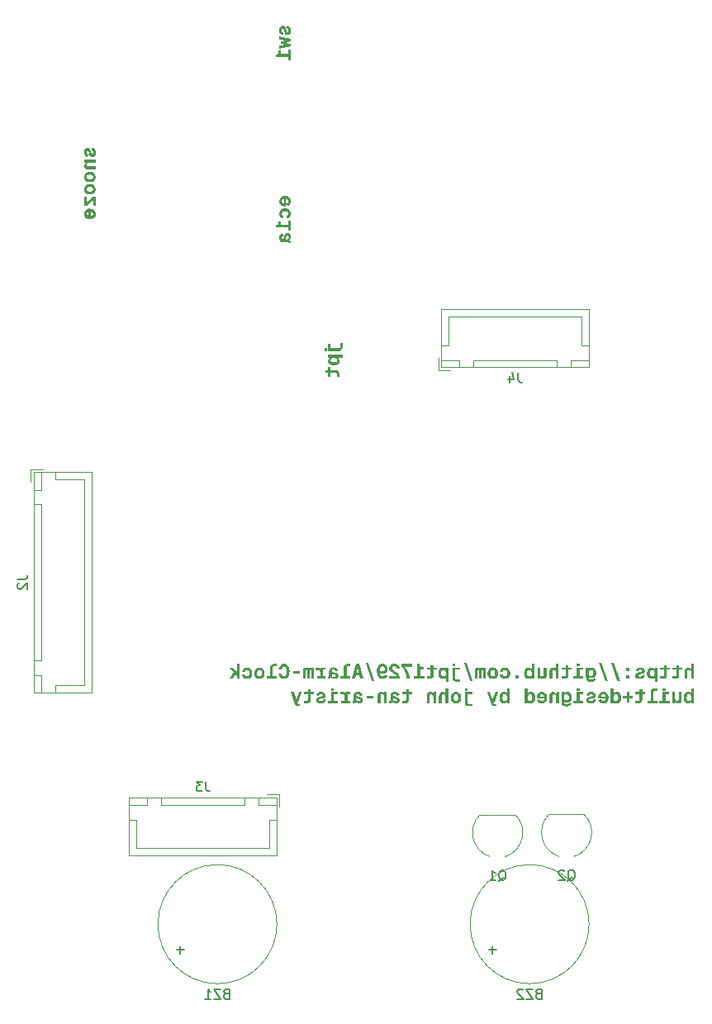
<source format=gbr>
%TF.GenerationSoftware,KiCad,Pcbnew,9.0.2*%
%TF.CreationDate,2025-07-24T13:27:54-05:00*%
%TF.ProjectId,clock,636c6f63-6b2e-46b6-9963-61645f706362,rev?*%
%TF.SameCoordinates,Original*%
%TF.FileFunction,Legend,Bot*%
%TF.FilePolarity,Positive*%
%FSLAX46Y46*%
G04 Gerber Fmt 4.6, Leading zero omitted, Abs format (unit mm)*
G04 Created by KiCad (PCBNEW 9.0.2) date 2025-07-24 13:27:54*
%MOMM*%
%LPD*%
G01*
G04 APERTURE LIST*
%ADD10C,0.300000*%
%ADD11C,0.150000*%
%ADD12C,0.120000*%
G04 APERTURE END LIST*
D10*
G36*
X106309981Y-120255805D02*
G01*
X106084026Y-120255805D01*
X106084026Y-120570786D01*
X106078578Y-120630713D01*
X106064043Y-120674555D01*
X106041986Y-120706250D01*
X106010984Y-120728829D01*
X105965912Y-120743977D01*
X105901760Y-120749755D01*
X104869437Y-120749755D01*
X104869437Y-121034512D01*
X105911835Y-121034512D01*
X106008175Y-121026834D01*
X106087633Y-121005370D01*
X106153349Y-120971555D01*
X106207674Y-120925519D01*
X106249941Y-120868605D01*
X106281814Y-120797476D01*
X106302482Y-120709024D01*
X106309981Y-120599363D01*
X106309981Y-120255805D01*
G37*
G36*
X105095300Y-120265422D02*
G01*
X104869437Y-120265422D01*
X104869437Y-120893370D01*
X105095300Y-120893370D01*
X105095300Y-120265422D01*
G37*
G36*
X104731684Y-120746000D02*
G01*
X104483014Y-120746000D01*
X104483014Y-121034054D01*
X104731684Y-121034054D01*
X104731684Y-120746000D01*
G37*
G36*
X106309981Y-121711187D02*
G01*
X105837165Y-121711187D01*
X105849662Y-121717022D01*
X105910186Y-121761379D01*
X105958156Y-121816657D01*
X105992710Y-121882920D01*
X106013066Y-121957193D01*
X106020187Y-122042930D01*
X106010924Y-122139947D01*
X105984603Y-122221826D01*
X105942060Y-122291599D01*
X105884913Y-122351223D01*
X105814994Y-122400595D01*
X105730393Y-122439885D01*
X105640113Y-122466704D01*
X105541107Y-122483324D01*
X105432172Y-122489070D01*
X105322430Y-122483301D01*
X105223269Y-122466660D01*
X105133402Y-122439885D01*
X105049160Y-122400623D01*
X104979411Y-122351256D01*
X104922285Y-122291599D01*
X104879742Y-122221826D01*
X104853421Y-122139947D01*
X104844158Y-122042930D01*
X104852426Y-121955643D01*
X105095300Y-121955643D01*
X105104895Y-122027150D01*
X105132140Y-122084503D01*
X105177458Y-122131132D01*
X105235817Y-122163217D01*
X105318187Y-122185027D01*
X105432172Y-122193322D01*
X105546222Y-122185025D01*
X105628619Y-122163214D01*
X105686979Y-122131132D01*
X105732241Y-122084510D01*
X105759459Y-122027158D01*
X105769044Y-121955643D01*
X105759856Y-121887557D01*
X105732957Y-121828515D01*
X105688528Y-121780193D01*
X105622041Y-121742053D01*
X105541586Y-121719636D01*
X105432172Y-121711187D01*
X105322864Y-121719730D01*
X105242396Y-121742419D01*
X105175802Y-121780861D01*
X105131479Y-121828973D01*
X105104524Y-121887633D01*
X105095300Y-121955643D01*
X104852426Y-121955643D01*
X104852496Y-121954901D01*
X104876219Y-121880322D01*
X104914591Y-121816516D01*
X104966573Y-121762750D01*
X105032962Y-121718079D01*
X105059159Y-121706937D01*
X104869437Y-121701112D01*
X104869437Y-121426430D01*
X106309981Y-121426430D01*
X106309981Y-121711187D01*
G37*
G36*
X105995000Y-123351400D02*
G01*
X105988551Y-123255314D01*
X105970934Y-123179253D01*
X105944043Y-123119397D01*
X105908721Y-123072688D01*
X105863114Y-123035763D01*
X105805551Y-123008016D01*
X105733337Y-122990022D01*
X105643015Y-122983478D01*
X104605197Y-122983478D01*
X104605197Y-123268235D01*
X105615355Y-123268235D01*
X105665795Y-123273029D01*
X105703323Y-123285942D01*
X105731034Y-123305787D01*
X105751198Y-123333281D01*
X105764229Y-123370160D01*
X105769044Y-123419360D01*
X105769044Y-123684883D01*
X105995000Y-123684883D01*
X105995000Y-123351400D01*
G37*
G36*
X105095300Y-122660070D02*
G01*
X104869437Y-122660070D01*
X104869437Y-123684883D01*
X105095300Y-123684883D01*
X105095300Y-122660070D01*
G37*
G36*
X142361422Y-157095000D02*
G01*
X142088389Y-157095000D01*
X142080879Y-156916946D01*
X142046816Y-156972660D01*
X142004010Y-157021185D01*
X141951735Y-157063126D01*
X141892853Y-157094201D01*
X141825102Y-157113447D01*
X141746480Y-157120187D01*
X141658235Y-157112143D01*
X141580096Y-157088863D01*
X141510083Y-157050669D01*
X141449204Y-156998786D01*
X141397237Y-156932553D01*
X141354012Y-156849719D01*
X141324424Y-156760413D01*
X141305513Y-156655451D01*
X141298783Y-156532172D01*
X141594439Y-156532172D01*
X141602123Y-156639089D01*
X141622781Y-156720423D01*
X141653881Y-156781666D01*
X141699384Y-156829946D01*
X141756439Y-156858844D01*
X141828820Y-156869044D01*
X141899164Y-156858911D01*
X141958605Y-156829385D01*
X142007027Y-156782070D01*
X142045341Y-156714530D01*
X142068271Y-156634559D01*
X142076666Y-156532172D01*
X142068408Y-156428345D01*
X142045983Y-156348074D01*
X142007906Y-156280629D01*
X141958879Y-156234043D01*
X141898463Y-156205213D01*
X141827172Y-156195300D01*
X141755859Y-156205417D01*
X141699309Y-156234157D01*
X141653881Y-156282312D01*
X141622824Y-156343279D01*
X141602147Y-156424680D01*
X141594439Y-156532172D01*
X141298783Y-156532172D01*
X141305512Y-156408956D01*
X141324422Y-156304023D01*
X141354012Y-156214718D01*
X141397242Y-156131824D01*
X141449209Y-156065562D01*
X141510083Y-156013675D01*
X141580096Y-155975482D01*
X141658235Y-155952202D01*
X141746480Y-155944158D01*
X141822883Y-155950259D01*
X141889839Y-155967766D01*
X141948988Y-155996090D01*
X142002119Y-156034611D01*
X142044293Y-156078620D01*
X142076666Y-156128531D01*
X142076666Y-155603989D01*
X142361422Y-155603989D01*
X142361422Y-157095000D01*
G37*
G36*
X140743008Y-157120187D02*
G01*
X140820534Y-157113080D01*
X140886714Y-157092818D01*
X140943746Y-157060047D01*
X140993143Y-157014125D01*
X141031127Y-156959175D01*
X141059746Y-156891526D01*
X141078239Y-156808528D01*
X141084918Y-156706928D01*
X141084918Y-155969437D01*
X140800161Y-155969437D01*
X140800161Y-156634663D01*
X140794313Y-156721148D01*
X140779224Y-156781369D01*
X140757571Y-156822058D01*
X140725336Y-156853270D01*
X140684323Y-156872318D01*
X140631725Y-156879119D01*
X140577204Y-156871810D01*
X140529392Y-156850329D01*
X140486461Y-156813632D01*
X140455023Y-156766441D01*
X140434685Y-156704340D01*
X140427202Y-156622939D01*
X140427202Y-155969437D01*
X140142445Y-155969437D01*
X140142445Y-157095000D01*
X140404945Y-157095000D01*
X140411265Y-156770767D01*
X140377651Y-156779102D01*
X140402723Y-156883651D01*
X140442581Y-156966289D01*
X140496353Y-157031161D01*
X140564444Y-157079796D01*
X140645465Y-157109666D01*
X140743008Y-157120187D01*
G37*
G36*
X139421257Y-157095000D02*
G01*
X139421257Y-155969437D01*
X139136501Y-155969437D01*
X139136501Y-157095000D01*
X139421257Y-157095000D01*
G37*
G36*
X139839554Y-157095000D02*
G01*
X139839554Y-156869044D01*
X138781127Y-156869044D01*
X138781127Y-157095000D01*
X139839554Y-157095000D01*
G37*
G36*
X139818579Y-156195300D02*
G01*
X139818579Y-155969437D01*
X139189440Y-155969437D01*
X139189440Y-156195300D01*
X139818579Y-156195300D01*
G37*
G36*
X139429134Y-155831684D02*
G01*
X139429134Y-155583014D01*
X139141080Y-155583014D01*
X139141080Y-155831684D01*
X139429134Y-155831684D01*
G37*
G36*
X138206943Y-157095000D02*
G01*
X138206943Y-155960186D01*
X138215965Y-155902372D01*
X138240374Y-155863374D01*
X138279359Y-155838962D01*
X138337094Y-155829944D01*
X138580726Y-155829944D01*
X138580726Y-155603989D01*
X138285894Y-155603989D01*
X138194976Y-155610609D01*
X138121301Y-155628924D01*
X138061673Y-155657354D01*
X138013594Y-155695396D01*
X137975551Y-155743475D01*
X137947122Y-155803103D01*
X137928807Y-155876778D01*
X137922186Y-155967697D01*
X137922186Y-157095000D01*
X138206943Y-157095000D01*
G37*
G36*
X138622675Y-157095000D02*
G01*
X138622675Y-156869044D01*
X137564340Y-156869044D01*
X137564340Y-157095000D01*
X138622675Y-157095000D01*
G37*
G36*
X136680944Y-157095000D02*
G01*
X136777030Y-157088551D01*
X136853091Y-157070934D01*
X136912947Y-157044043D01*
X136959656Y-157008721D01*
X136996581Y-156963114D01*
X137024328Y-156905551D01*
X137042322Y-156833337D01*
X137048866Y-156743015D01*
X137048866Y-155705197D01*
X136764109Y-155705197D01*
X136764109Y-156715355D01*
X136759315Y-156765795D01*
X136746401Y-156803323D01*
X136726557Y-156831034D01*
X136699063Y-156851198D01*
X136662183Y-156864229D01*
X136612984Y-156869044D01*
X136347461Y-156869044D01*
X136347461Y-157095000D01*
X136680944Y-157095000D01*
G37*
G36*
X137372274Y-156195300D02*
G01*
X137372274Y-155969437D01*
X136347461Y-155969437D01*
X136347461Y-156195300D01*
X137372274Y-156195300D01*
G37*
G36*
X136090365Y-156620375D02*
G01*
X136090365Y-156365843D01*
X135061339Y-156365843D01*
X135061339Y-156620375D01*
X136090365Y-156620375D01*
G37*
G36*
X135703118Y-157007622D02*
G01*
X135703118Y-155978688D01*
X135448586Y-155978688D01*
X135448586Y-157007622D01*
X135703118Y-157007622D01*
G37*
G36*
X134110349Y-156128531D02*
G01*
X134141548Y-156078743D01*
X134183204Y-156034741D01*
X134236653Y-155996090D01*
X134296162Y-155967776D01*
X134363572Y-155950263D01*
X134440535Y-155944158D01*
X134528782Y-155952200D01*
X134606953Y-155975479D01*
X134677023Y-156013675D01*
X134737841Y-156065556D01*
X134789779Y-156131816D01*
X134833003Y-156214718D01*
X134862593Y-156304023D01*
X134881503Y-156408956D01*
X134888232Y-156532172D01*
X134881502Y-156655451D01*
X134862591Y-156760413D01*
X134833003Y-156849719D01*
X134789784Y-156932560D01*
X134737847Y-156998793D01*
X134677023Y-157050669D01*
X134606953Y-157088866D01*
X134528782Y-157112145D01*
X134440535Y-157120187D01*
X134361352Y-157113442D01*
X134293146Y-157094190D01*
X134233906Y-157063126D01*
X134181379Y-157021070D01*
X134139071Y-156972549D01*
X134106136Y-156916946D01*
X134098626Y-157095000D01*
X133825593Y-157095000D01*
X133825593Y-156532172D01*
X134110349Y-156532172D01*
X134118580Y-156634599D01*
X134141032Y-156714530D01*
X134178967Y-156781993D01*
X134227769Y-156829385D01*
X134287750Y-156858930D01*
X134358195Y-156869044D01*
X134430576Y-156858844D01*
X134487630Y-156829946D01*
X134533134Y-156781666D01*
X134564234Y-156720423D01*
X134584892Y-156639089D01*
X134592576Y-156532172D01*
X134584868Y-156424680D01*
X134564190Y-156343279D01*
X134533134Y-156282312D01*
X134487706Y-156234157D01*
X134431156Y-156205417D01*
X134359843Y-156195300D01*
X134287620Y-156205272D01*
X134227586Y-156234043D01*
X134179003Y-156280581D01*
X134141032Y-156348074D01*
X134118607Y-156428345D01*
X134110349Y-156532172D01*
X133825593Y-156532172D01*
X133825593Y-155603989D01*
X134110349Y-155603989D01*
X134110349Y-156128531D01*
G37*
G36*
X133157454Y-155952801D02*
G01*
X133249291Y-155977775D01*
X133331642Y-156018530D01*
X133404937Y-156074150D01*
X133466803Y-156142487D01*
X133517938Y-156224976D01*
X133554359Y-156315285D01*
X133576999Y-156416996D01*
X133584891Y-156532172D01*
X133576877Y-156649917D01*
X133553978Y-156752997D01*
X133517297Y-156843674D01*
X133465643Y-156926165D01*
X133403123Y-156993827D01*
X133328986Y-157048196D01*
X133245798Y-157087672D01*
X133153660Y-157111841D01*
X133050641Y-157120187D01*
X132955970Y-157113685D01*
X132872607Y-157095054D01*
X132798815Y-157065117D01*
X132733186Y-157024016D01*
X132657685Y-156952740D01*
X132596381Y-156862820D01*
X132549180Y-156750983D01*
X132835218Y-156731291D01*
X132864573Y-156787588D01*
X132910781Y-156831492D01*
X132969982Y-156859235D01*
X133044321Y-156869044D01*
X133111251Y-156861245D01*
X133167370Y-156838923D01*
X133215138Y-156802091D01*
X133251574Y-156753517D01*
X133277477Y-156690558D01*
X133291708Y-156609475D01*
X132526465Y-156609475D01*
X132526465Y-156538034D01*
X132534469Y-156419225D01*
X132535393Y-156415027D01*
X132831830Y-156415027D01*
X133287953Y-156415027D01*
X133271531Y-156345928D01*
X133246004Y-156292424D01*
X133212116Y-156251446D01*
X133168989Y-156220751D01*
X133117858Y-156201923D01*
X133056502Y-156195300D01*
X132996220Y-156201748D01*
X132945559Y-156220132D01*
X132902446Y-156250163D01*
X132869089Y-156290521D01*
X132845215Y-156344247D01*
X132831830Y-156415027D01*
X132535393Y-156415027D01*
X132557318Y-156315361D01*
X132593876Y-156224152D01*
X132645322Y-156140873D01*
X132707206Y-156072524D01*
X132780172Y-156017522D01*
X132862183Y-155977235D01*
X132952821Y-155952639D01*
X133054030Y-155944158D01*
X133157454Y-155952801D01*
G37*
G36*
X131788424Y-157120187D02*
G01*
X131896025Y-157113890D01*
X131985519Y-157096361D01*
X132059808Y-157069171D01*
X132128333Y-157030160D01*
X132183322Y-156984662D01*
X132226504Y-156932517D01*
X132259759Y-156873269D01*
X132282221Y-156809978D01*
X132294098Y-156741733D01*
X132013555Y-156730467D01*
X131986485Y-156792825D01*
X131942389Y-156840560D01*
X131904693Y-156862078D01*
X131853833Y-156876354D01*
X131785951Y-156881684D01*
X131695387Y-156874717D01*
X131642336Y-156857962D01*
X131615985Y-156838877D01*
X131601136Y-156815854D01*
X131596083Y-156787528D01*
X131600335Y-156757789D01*
X131612295Y-156734863D01*
X131633434Y-156716641D01*
X131675034Y-156697128D01*
X131814528Y-156661591D01*
X131975473Y-156621095D01*
X132084630Y-156580899D01*
X132147618Y-156546373D01*
X132194093Y-156508620D01*
X132226962Y-156467692D01*
X132250027Y-156420416D01*
X132264572Y-156364441D01*
X132269735Y-156297882D01*
X132264002Y-156234089D01*
X132247125Y-156175164D01*
X132218994Y-156120013D01*
X132180561Y-156071462D01*
X132130043Y-156028856D01*
X132065487Y-155992060D01*
X131995339Y-155966547D01*
X131910659Y-155950080D01*
X131808666Y-155944158D01*
X131696863Y-155951021D01*
X131607181Y-155969831D01*
X131535633Y-155998563D01*
X131470284Y-156039558D01*
X131418557Y-156086256D01*
X131378737Y-156138880D01*
X131335811Y-156227767D01*
X131313066Y-156321330D01*
X131596083Y-156333969D01*
X131609649Y-156291519D01*
X131632078Y-156255201D01*
X131662935Y-156225388D01*
X131703428Y-156202078D01*
X131750152Y-156187833D01*
X131806926Y-156182752D01*
X131867258Y-156187488D01*
X131909543Y-156199810D01*
X131938450Y-156217832D01*
X131968762Y-156256259D01*
X131978292Y-156297882D01*
X131972671Y-156334151D01*
X131956677Y-156362363D01*
X131929477Y-156384410D01*
X131879832Y-156406418D01*
X131723761Y-156445710D01*
X131570189Y-156483053D01*
X131469687Y-156520449D01*
X131412286Y-156552881D01*
X131370622Y-156587810D01*
X131341826Y-156625229D01*
X131314585Y-156693045D01*
X131304640Y-156782491D01*
X131311266Y-156850592D01*
X131330391Y-156910155D01*
X131361793Y-156962925D01*
X131403979Y-157008038D01*
X131458290Y-157046838D01*
X131526840Y-157079246D01*
X131599908Y-157101102D01*
X131686366Y-157115163D01*
X131788424Y-157120187D01*
G37*
G36*
X130609464Y-157095000D02*
G01*
X130609464Y-155969437D01*
X130324707Y-155969437D01*
X130324707Y-157095000D01*
X130609464Y-157095000D01*
G37*
G36*
X131027760Y-157095000D02*
G01*
X131027760Y-156869044D01*
X129969334Y-156869044D01*
X129969334Y-157095000D01*
X131027760Y-157095000D01*
G37*
G36*
X131006786Y-156195300D02*
G01*
X131006786Y-155969437D01*
X130377647Y-155969437D01*
X130377647Y-156195300D01*
X131006786Y-156195300D01*
G37*
G36*
X130617341Y-155831684D02*
G01*
X130617341Y-155583014D01*
X130329287Y-155583014D01*
X130329287Y-155831684D01*
X130617341Y-155831684D01*
G37*
G36*
X129450977Y-155952043D02*
G01*
X129529920Y-155974999D01*
X129601779Y-156012851D01*
X129665093Y-156064020D01*
X129719221Y-156127882D01*
X129764536Y-156206108D01*
X129796426Y-156291028D01*
X129816473Y-156388372D01*
X129823521Y-156500299D01*
X129816477Y-156603863D01*
X129796193Y-156696167D01*
X129763437Y-156778919D01*
X129717569Y-156854805D01*
X129662449Y-156917408D01*
X129597566Y-156968146D01*
X129524418Y-157005715D01*
X129444880Y-157028427D01*
X129357322Y-157036198D01*
X129279820Y-157030413D01*
X129215417Y-157014222D01*
X129161775Y-156988754D01*
X129114016Y-156953342D01*
X129075584Y-156911678D01*
X129045638Y-156863183D01*
X129045638Y-156993333D01*
X129053185Y-157059199D01*
X129074102Y-157110341D01*
X129107645Y-157150229D01*
X129152063Y-157178713D01*
X129211156Y-157197299D01*
X129289270Y-157204176D01*
X129368619Y-157195949D01*
X129420978Y-157174775D01*
X129460263Y-157139848D01*
X129485000Y-157094175D01*
X129783221Y-157111761D01*
X129762318Y-157174728D01*
X129732774Y-157231366D01*
X129694378Y-157282486D01*
X129648127Y-157326724D01*
X129593157Y-157364291D01*
X129528323Y-157395235D01*
X129459420Y-157416746D01*
X129380265Y-157430366D01*
X129289270Y-157435169D01*
X129183062Y-157428813D01*
X129090569Y-157410743D01*
X129009826Y-157382046D01*
X128935936Y-157340250D01*
X128875148Y-157287450D01*
X128826003Y-157222861D01*
X128790925Y-157149523D01*
X128768760Y-157062512D01*
X128760881Y-156958895D01*
X128760881Y-156493979D01*
X129045638Y-156493979D01*
X129054758Y-156595940D01*
X129078088Y-156672258D01*
X129113141Y-156728818D01*
X129162000Y-156772755D01*
X129218712Y-156798782D01*
X129285881Y-156807770D01*
X129358022Y-156798511D01*
X129416236Y-156772247D01*
X129463843Y-156728818D01*
X129497371Y-156672467D01*
X129519574Y-156596172D01*
X129527865Y-156493979D01*
X129519723Y-156391718D01*
X129497829Y-156314513D01*
X129464667Y-156256758D01*
X129417317Y-156211907D01*
X129358891Y-156184810D01*
X129285881Y-156175242D01*
X129218033Y-156184519D01*
X129159760Y-156211604D01*
X129111954Y-156255484D01*
X129074856Y-156318857D01*
X129053112Y-156394724D01*
X129045638Y-156493979D01*
X128760881Y-156493979D01*
X128760881Y-155969437D01*
X129037303Y-155969437D01*
X129042341Y-156140712D01*
X129075764Y-156082292D01*
X129117239Y-156034323D01*
X129167271Y-155995632D01*
X129224026Y-155967590D01*
X129288760Y-155950225D01*
X129363184Y-155944158D01*
X129450977Y-155952043D01*
G37*
G36*
X128501679Y-157095000D02*
G01*
X128501679Y-155969437D01*
X128241743Y-155969437D01*
X128232859Y-156276816D01*
X128261435Y-156264269D01*
X128232750Y-156161131D01*
X128190544Y-156083193D01*
X128132705Y-156021122D01*
X128063415Y-155978230D01*
X127984539Y-155952897D01*
X127895254Y-155944158D01*
X127815646Y-155950772D01*
X127750342Y-155969245D01*
X127696593Y-155998380D01*
X127650113Y-156038523D01*
X127612005Y-156087798D01*
X127581921Y-156147490D01*
X127554017Y-156246975D01*
X127544094Y-156366301D01*
X127544094Y-157095000D01*
X127828851Y-157095000D01*
X127828851Y-156430506D01*
X127834679Y-156346806D01*
X127849925Y-156286808D01*
X127872173Y-156244760D01*
X127905027Y-156212304D01*
X127947385Y-156192439D01*
X128002324Y-156185317D01*
X128058411Y-156192674D01*
X128109211Y-156214535D01*
X128152387Y-156249978D01*
X128187338Y-156300813D01*
X128208979Y-156362349D01*
X128216922Y-156443146D01*
X128216922Y-157095000D01*
X128501679Y-157095000D01*
G37*
G36*
X126863316Y-155952801D02*
G01*
X126955153Y-155977775D01*
X127037504Y-156018530D01*
X127110799Y-156074150D01*
X127172665Y-156142487D01*
X127223800Y-156224976D01*
X127260221Y-156315285D01*
X127282861Y-156416996D01*
X127290753Y-156532172D01*
X127282739Y-156649917D01*
X127259840Y-156752997D01*
X127223159Y-156843674D01*
X127171505Y-156926165D01*
X127108984Y-156993827D01*
X127034848Y-157048196D01*
X126951660Y-157087672D01*
X126859522Y-157111841D01*
X126756502Y-157120187D01*
X126661832Y-157113685D01*
X126578468Y-157095054D01*
X126504677Y-157065117D01*
X126439048Y-157024016D01*
X126363547Y-156952740D01*
X126302243Y-156862820D01*
X126255041Y-156750983D01*
X126541080Y-156731291D01*
X126570434Y-156787588D01*
X126616643Y-156831492D01*
X126675844Y-156859235D01*
X126750183Y-156869044D01*
X126817113Y-156861245D01*
X126873232Y-156838923D01*
X126921000Y-156802091D01*
X126957435Y-156753517D01*
X126983339Y-156690558D01*
X126997570Y-156609475D01*
X126232327Y-156609475D01*
X126232327Y-156538034D01*
X126240331Y-156419225D01*
X126241255Y-156415027D01*
X126537691Y-156415027D01*
X126993815Y-156415027D01*
X126977393Y-156345928D01*
X126951866Y-156292424D01*
X126917978Y-156251446D01*
X126874850Y-156220751D01*
X126823719Y-156201923D01*
X126762364Y-156195300D01*
X126702081Y-156201748D01*
X126651421Y-156220132D01*
X126608308Y-156250163D01*
X126574951Y-156290521D01*
X126551077Y-156344247D01*
X126537691Y-156415027D01*
X126241255Y-156415027D01*
X126263180Y-156315361D01*
X126299738Y-156224152D01*
X126351184Y-156140873D01*
X126413067Y-156072524D01*
X126486034Y-156017522D01*
X126568045Y-155977235D01*
X126658683Y-155952639D01*
X126759891Y-155944158D01*
X126863316Y-155952801D01*
G37*
G36*
X125298556Y-156128531D02*
G01*
X125329754Y-156078743D01*
X125371411Y-156034741D01*
X125424860Y-155996090D01*
X125484368Y-155967776D01*
X125551779Y-155950263D01*
X125628742Y-155944158D01*
X125716988Y-155952200D01*
X125795160Y-155975479D01*
X125865230Y-156013675D01*
X125926048Y-156065556D01*
X125977985Y-156131816D01*
X126021209Y-156214718D01*
X126050799Y-156304023D01*
X126069709Y-156408956D01*
X126076439Y-156532172D01*
X126069708Y-156655451D01*
X126050797Y-156760413D01*
X126021209Y-156849719D01*
X125977990Y-156932560D01*
X125926053Y-156998793D01*
X125865230Y-157050669D01*
X125795160Y-157088866D01*
X125716988Y-157112145D01*
X125628742Y-157120187D01*
X125549558Y-157113442D01*
X125481353Y-157094190D01*
X125422112Y-157063126D01*
X125369586Y-157021070D01*
X125327278Y-156972549D01*
X125294343Y-156916946D01*
X125286832Y-157095000D01*
X125013799Y-157095000D01*
X125013799Y-156532172D01*
X125298556Y-156532172D01*
X125306786Y-156634599D01*
X125329239Y-156714530D01*
X125367174Y-156781993D01*
X125415976Y-156829385D01*
X125475957Y-156858930D01*
X125546401Y-156869044D01*
X125618782Y-156858844D01*
X125675837Y-156829946D01*
X125721340Y-156781666D01*
X125752440Y-156720423D01*
X125773098Y-156639089D01*
X125780783Y-156532172D01*
X125773075Y-156424680D01*
X125752397Y-156343279D01*
X125721340Y-156282312D01*
X125675913Y-156234157D01*
X125619362Y-156205417D01*
X125548050Y-156195300D01*
X125475826Y-156205272D01*
X125415792Y-156234043D01*
X125367209Y-156280581D01*
X125329239Y-156348074D01*
X125306813Y-156428345D01*
X125298556Y-156532172D01*
X125013799Y-156532172D01*
X125013799Y-155603989D01*
X125298556Y-155603989D01*
X125298556Y-156128531D01*
G37*
G36*
X123479008Y-157095000D02*
G01*
X123205975Y-157095000D01*
X123198464Y-156916946D01*
X123164402Y-156972660D01*
X123121596Y-157021185D01*
X123069321Y-157063126D01*
X123010439Y-157094201D01*
X122942688Y-157113447D01*
X122864065Y-157120187D01*
X122775820Y-157112143D01*
X122697681Y-157088863D01*
X122627669Y-157050669D01*
X122566789Y-156998786D01*
X122514823Y-156932553D01*
X122471598Y-156849719D01*
X122442010Y-156760413D01*
X122423099Y-156655451D01*
X122416368Y-156532172D01*
X122712024Y-156532172D01*
X122719709Y-156639089D01*
X122740367Y-156720423D01*
X122771467Y-156781666D01*
X122816970Y-156829946D01*
X122874025Y-156858844D01*
X122946406Y-156869044D01*
X123016749Y-156858911D01*
X123076190Y-156829385D01*
X123124613Y-156782070D01*
X123162927Y-156714530D01*
X123185856Y-156634559D01*
X123194251Y-156532172D01*
X123185994Y-156428345D01*
X123163568Y-156348074D01*
X123125491Y-156280629D01*
X123076465Y-156234043D01*
X123016048Y-156205213D01*
X122944757Y-156195300D01*
X122873445Y-156205417D01*
X122816894Y-156234157D01*
X122771467Y-156282312D01*
X122740410Y-156343279D01*
X122719732Y-156424680D01*
X122712024Y-156532172D01*
X122416368Y-156532172D01*
X122423098Y-156408956D01*
X122442008Y-156304023D01*
X122471598Y-156214718D01*
X122514828Y-156131824D01*
X122566795Y-156065562D01*
X122627669Y-156013675D01*
X122697681Y-155975482D01*
X122775820Y-155952202D01*
X122864065Y-155944158D01*
X122940469Y-155950259D01*
X123007425Y-155967766D01*
X123066573Y-155996090D01*
X123119704Y-156034611D01*
X123161878Y-156078620D01*
X123194251Y-156128531D01*
X123194251Y-155603989D01*
X123479008Y-155603989D01*
X123479008Y-157095000D01*
G37*
G36*
X122116865Y-157409981D02*
G01*
X122116865Y-157184026D01*
X121964824Y-157184026D01*
X121913311Y-157179522D01*
X121879553Y-157168089D01*
X121854088Y-157146376D01*
X121834582Y-157108463D01*
X121803532Y-157023558D01*
X121893383Y-157023558D01*
X122288232Y-155969437D01*
X121991660Y-155969437D01*
X121715330Y-156751441D01*
X121462447Y-155969437D01*
X121165967Y-155969437D01*
X121598551Y-157194101D01*
X121631887Y-157267400D01*
X121673053Y-157321704D01*
X121722016Y-157360430D01*
X121779532Y-157386887D01*
X121849737Y-157403868D01*
X121935423Y-157409981D01*
X122116865Y-157409981D01*
G37*
G36*
X119635297Y-157409981D02*
G01*
X119635297Y-157184026D01*
X119320315Y-157184026D01*
X119260388Y-157178578D01*
X119216546Y-157164043D01*
X119184852Y-157141986D01*
X119162272Y-157110984D01*
X119147125Y-157065912D01*
X119141346Y-157001760D01*
X119141346Y-155969437D01*
X118856590Y-155969437D01*
X118856590Y-157011835D01*
X118864267Y-157108175D01*
X118885732Y-157187633D01*
X118919547Y-157253349D01*
X118965583Y-157307674D01*
X119022496Y-157349941D01*
X119093625Y-157381814D01*
X119182078Y-157402482D01*
X119291739Y-157409981D01*
X119635297Y-157409981D01*
G37*
G36*
X119625680Y-156195300D02*
G01*
X119625680Y-155969437D01*
X118997732Y-155969437D01*
X118997732Y-156195300D01*
X119625680Y-156195300D01*
G37*
G36*
X119145102Y-155831684D02*
G01*
X119145102Y-155583014D01*
X118857048Y-155583014D01*
X118857048Y-155831684D01*
X119145102Y-155831684D01*
G37*
G36*
X118056668Y-155952560D02*
G01*
X118149218Y-155976802D01*
X118232030Y-156016240D01*
X118305723Y-156070529D01*
X118367755Y-156138066D01*
X118418876Y-156220396D01*
X118455043Y-156310743D01*
X118477696Y-156414065D01*
X118485646Y-156532722D01*
X118477736Y-156650014D01*
X118455119Y-156752900D01*
X118418876Y-156843582D01*
X118367737Y-156926152D01*
X118305702Y-156993836D01*
X118232030Y-157048196D01*
X118149224Y-157087583D01*
X118056673Y-157111795D01*
X117952311Y-157120187D01*
X117847889Y-157111791D01*
X117755342Y-157087576D01*
X117672592Y-157048196D01*
X117598857Y-156993834D01*
X117536794Y-156926179D01*
X117485655Y-156843674D01*
X117449425Y-156753048D01*
X117426802Y-156650078D01*
X117418885Y-156532539D01*
X117418952Y-156531531D01*
X117714541Y-156531531D01*
X117722492Y-156638452D01*
X117743908Y-156719942D01*
X117776273Y-156781483D01*
X117823123Y-156830020D01*
X117880640Y-156858916D01*
X117952311Y-156869044D01*
X118023922Y-156858919D01*
X118081410Y-156830026D01*
X118128258Y-156781483D01*
X118160623Y-156719942D01*
X118182039Y-156638452D01*
X118189990Y-156531531D01*
X118182026Y-156424670D01*
X118160601Y-156343452D01*
X118128258Y-156282312D01*
X118081452Y-156234105D01*
X118023965Y-156205376D01*
X117952311Y-156195300D01*
X117880596Y-156205379D01*
X117823081Y-156234111D01*
X117776273Y-156282312D01*
X117743929Y-156343452D01*
X117722504Y-156424670D01*
X117714541Y-156531531D01*
X117418952Y-156531531D01*
X117426846Y-156413571D01*
X117449509Y-156310203D01*
X117485655Y-156220030D01*
X117536759Y-156137940D01*
X117598818Y-156070516D01*
X117672592Y-156016240D01*
X117755347Y-155976808D01*
X117847894Y-155952563D01*
X117952311Y-155944158D01*
X118056668Y-155952560D01*
G37*
G36*
X117158766Y-157095000D02*
G01*
X117158766Y-155603989D01*
X116874009Y-155603989D01*
X116874009Y-156210047D01*
X116897548Y-156189439D01*
X116864878Y-156109516D01*
X116822993Y-156049579D01*
X116769549Y-156002845D01*
X116706031Y-155969986D01*
X116635073Y-155950831D01*
X116553990Y-155944158D01*
X116478303Y-155950468D01*
X116415123Y-155968227D01*
X116362107Y-155996456D01*
X116316334Y-156035490D01*
X116278632Y-156084305D01*
X116248717Y-156144376D01*
X116221176Y-156244996D01*
X116211256Y-156368866D01*
X116211256Y-157095000D01*
X116496013Y-157095000D01*
X116496013Y-156428033D01*
X116502084Y-156340823D01*
X116517677Y-156280879D01*
X116539977Y-156241004D01*
X116572729Y-156210391D01*
X116613141Y-156191863D01*
X116663625Y-156185317D01*
X116721791Y-156192778D01*
X116771436Y-156214409D01*
X116814658Y-156250805D01*
X116845946Y-156298035D01*
X116866410Y-156361615D01*
X116874009Y-156446535D01*
X116874009Y-157095000D01*
X117158766Y-157095000D01*
G37*
G36*
X115913402Y-157095000D02*
G01*
X115913402Y-155969437D01*
X115653467Y-155969437D01*
X115644583Y-156276816D01*
X115673159Y-156264269D01*
X115644474Y-156161131D01*
X115602267Y-156083193D01*
X115544429Y-156021122D01*
X115475139Y-155978230D01*
X115396263Y-155952897D01*
X115306978Y-155944158D01*
X115227369Y-155950772D01*
X115162066Y-155969245D01*
X115108317Y-155998380D01*
X115061837Y-156038523D01*
X115023728Y-156087798D01*
X114993645Y-156147490D01*
X114965741Y-156246975D01*
X114955818Y-156366301D01*
X114955818Y-157095000D01*
X115240574Y-157095000D01*
X115240574Y-156430506D01*
X115246403Y-156346806D01*
X115261649Y-156286808D01*
X115283897Y-156244760D01*
X115316751Y-156212304D01*
X115359108Y-156192439D01*
X115414048Y-156185317D01*
X115470135Y-156192674D01*
X115520935Y-156214535D01*
X115564111Y-156249978D01*
X115599062Y-156300813D01*
X115620702Y-156362349D01*
X115628646Y-156443146D01*
X115628646Y-157095000D01*
X115913402Y-157095000D01*
G37*
G36*
X112763219Y-157095000D02*
G01*
X112859304Y-157088551D01*
X112935366Y-157070934D01*
X112995221Y-157044043D01*
X113041931Y-157008721D01*
X113078856Y-156963114D01*
X113106603Y-156905551D01*
X113124597Y-156833337D01*
X113131140Y-156743015D01*
X113131140Y-155705197D01*
X112846384Y-155705197D01*
X112846384Y-156715355D01*
X112841590Y-156765795D01*
X112828676Y-156803323D01*
X112808831Y-156831034D01*
X112781338Y-156851198D01*
X112744458Y-156864229D01*
X112695259Y-156869044D01*
X112429736Y-156869044D01*
X112429736Y-157095000D01*
X112763219Y-157095000D01*
G37*
G36*
X113454549Y-156195300D02*
G01*
X113454549Y-155969437D01*
X112429736Y-155969437D01*
X112429736Y-156195300D01*
X113454549Y-156195300D01*
G37*
G36*
X111794953Y-155950946D02*
G01*
X111879507Y-155970367D01*
X111954006Y-156001545D01*
X112019958Y-156044358D01*
X112077769Y-156098583D01*
X112123095Y-156160171D01*
X112156797Y-156230041D01*
X112178960Y-156309606D01*
X111884952Y-156325543D01*
X111862684Y-156263551D01*
X111824960Y-156215359D01*
X111791659Y-156192560D01*
X111748740Y-156177989D01*
X111693435Y-156172677D01*
X111631446Y-156179884D01*
X111586330Y-156199364D01*
X111553759Y-156230013D01*
X111531357Y-156270482D01*
X111516623Y-156323820D01*
X111511169Y-156393595D01*
X111849690Y-156466685D01*
X111953681Y-156496444D01*
X112036284Y-156534719D01*
X112101107Y-156580532D01*
X112140343Y-156623169D01*
X112168585Y-156673297D01*
X112186200Y-156732413D01*
X112192424Y-156802641D01*
X112186566Y-156867173D01*
X112169715Y-156923526D01*
X112142232Y-156973275D01*
X112105169Y-157016789D01*
X112060336Y-157053069D01*
X112006769Y-157082452D01*
X111918115Y-157110503D01*
X111817725Y-157120187D01*
X111720166Y-157111009D01*
X111639030Y-157085108D01*
X111568861Y-157042889D01*
X111515199Y-156988571D01*
X111479173Y-156926011D01*
X111479001Y-156927247D01*
X111455482Y-156988387D01*
X111417706Y-157038462D01*
X111365814Y-157074849D01*
X111302939Y-157096434D01*
X111223024Y-157104250D01*
X111162390Y-157100678D01*
X111120533Y-157095000D01*
X111120533Y-156881684D01*
X111166695Y-156881684D01*
X111192738Y-156877435D01*
X111210842Y-156865747D01*
X111221802Y-156845558D01*
X111226413Y-156806854D01*
X111226413Y-156661591D01*
X111511169Y-156661591D01*
X111518804Y-156735173D01*
X111540112Y-156794123D01*
X111575671Y-156842665D01*
X111624559Y-156878112D01*
X111683912Y-156899234D01*
X111759381Y-156906871D01*
X111821716Y-156898206D01*
X111863337Y-156875181D01*
X111889940Y-156838380D01*
X111899241Y-156788444D01*
X111890991Y-156735351D01*
X111868374Y-156698135D01*
X111829977Y-156671675D01*
X111760572Y-156649775D01*
X111511169Y-156595187D01*
X111511169Y-156661591D01*
X111226413Y-156661591D01*
X111226413Y-156410356D01*
X111234494Y-156299908D01*
X111257131Y-156207862D01*
X111292737Y-156130998D01*
X111340901Y-156066798D01*
X111401583Y-156016058D01*
X111478708Y-155977934D01*
X111576045Y-155953178D01*
X111698473Y-155944158D01*
X111794953Y-155950946D01*
G37*
G36*
X110878092Y-157095000D02*
G01*
X110878092Y-155969437D01*
X110618156Y-155969437D01*
X110609272Y-156276816D01*
X110637848Y-156264269D01*
X110609163Y-156161131D01*
X110566957Y-156083193D01*
X110509118Y-156021122D01*
X110439829Y-155978230D01*
X110360952Y-155952897D01*
X110271667Y-155944158D01*
X110192059Y-155950772D01*
X110126755Y-155969245D01*
X110073006Y-155998380D01*
X110026527Y-156038523D01*
X109988418Y-156087798D01*
X109958334Y-156147490D01*
X109930431Y-156246975D01*
X109920507Y-156366301D01*
X109920507Y-157095000D01*
X110205264Y-157095000D01*
X110205264Y-156430506D01*
X110211092Y-156346806D01*
X110226338Y-156286808D01*
X110248586Y-156244760D01*
X110281440Y-156212304D01*
X110323798Y-156192439D01*
X110378737Y-156185317D01*
X110434824Y-156192674D01*
X110485624Y-156214535D01*
X110528801Y-156249978D01*
X110563751Y-156300813D01*
X110585392Y-156362349D01*
X110593335Y-156443146D01*
X110593335Y-157095000D01*
X110878092Y-157095000D01*
G37*
G36*
X109489113Y-156611124D02*
G01*
X109489113Y-156353295D01*
X108791922Y-156353295D01*
X108791922Y-156611124D01*
X109489113Y-156611124D01*
G37*
G36*
X108018470Y-155950946D02*
G01*
X108103024Y-155970367D01*
X108177523Y-156001545D01*
X108243475Y-156044358D01*
X108301286Y-156098583D01*
X108346612Y-156160171D01*
X108380314Y-156230041D01*
X108402477Y-156309606D01*
X108108469Y-156325543D01*
X108086201Y-156263551D01*
X108048477Y-156215359D01*
X108015176Y-156192560D01*
X107972257Y-156177989D01*
X107916953Y-156172677D01*
X107854963Y-156179884D01*
X107809847Y-156199364D01*
X107777276Y-156230013D01*
X107754874Y-156270482D01*
X107740140Y-156323820D01*
X107734686Y-156393595D01*
X108073207Y-156466685D01*
X108177198Y-156496444D01*
X108259801Y-156534719D01*
X108324624Y-156580532D01*
X108363860Y-156623169D01*
X108392102Y-156673297D01*
X108409717Y-156732413D01*
X108415941Y-156802641D01*
X108410083Y-156867173D01*
X108393232Y-156923526D01*
X108365749Y-156973275D01*
X108328686Y-157016789D01*
X108283853Y-157053069D01*
X108230286Y-157082452D01*
X108141632Y-157110503D01*
X108041242Y-157120187D01*
X107943683Y-157111009D01*
X107862547Y-157085108D01*
X107792379Y-157042889D01*
X107738716Y-156988571D01*
X107702690Y-156926011D01*
X107702518Y-156927247D01*
X107678999Y-156988387D01*
X107641223Y-157038462D01*
X107589331Y-157074849D01*
X107526456Y-157096434D01*
X107446541Y-157104250D01*
X107385908Y-157100678D01*
X107344050Y-157095000D01*
X107344050Y-156881684D01*
X107390212Y-156881684D01*
X107416255Y-156877435D01*
X107434359Y-156865747D01*
X107445319Y-156845558D01*
X107449930Y-156806854D01*
X107449930Y-156661591D01*
X107734686Y-156661591D01*
X107742321Y-156735173D01*
X107763629Y-156794123D01*
X107799188Y-156842665D01*
X107848076Y-156878112D01*
X107907429Y-156899234D01*
X107982898Y-156906871D01*
X108045233Y-156898206D01*
X108086854Y-156875181D01*
X108113458Y-156838380D01*
X108122758Y-156788444D01*
X108114508Y-156735351D01*
X108091892Y-156698135D01*
X108053495Y-156671675D01*
X107984089Y-156649775D01*
X107734686Y-156595187D01*
X107734686Y-156661591D01*
X107449930Y-156661591D01*
X107449930Y-156410356D01*
X107458011Y-156299908D01*
X107480648Y-156207862D01*
X107516254Y-156130998D01*
X107564419Y-156066798D01*
X107625100Y-156016058D01*
X107702225Y-155977934D01*
X107799562Y-155953178D01*
X107921990Y-155944158D01*
X108018470Y-155950946D01*
G37*
G36*
X106831965Y-157095000D02*
G01*
X106831965Y-155969437D01*
X106621946Y-155969437D01*
X106600148Y-156263444D01*
X106619474Y-156264269D01*
X106599920Y-156167985D01*
X106570621Y-156095932D01*
X106533195Y-156042984D01*
X106483328Y-156003490D01*
X106418431Y-155978523D01*
X106333893Y-155969437D01*
X106081010Y-155969437D01*
X106081010Y-156202078D01*
X106312918Y-156202078D01*
X106387915Y-156209513D01*
X106444168Y-156229647D01*
X106489339Y-156263729D01*
X106521654Y-156311530D01*
X106540285Y-156370057D01*
X106547208Y-156448183D01*
X106547208Y-157095000D01*
X106831965Y-157095000D01*
G37*
G36*
X107101609Y-157095000D02*
G01*
X107101609Y-156869044D01*
X106204474Y-156869044D01*
X106204474Y-157095000D01*
X107101609Y-157095000D01*
G37*
G36*
X107101609Y-156195300D02*
G01*
X107101609Y-155969437D01*
X106662338Y-155969437D01*
X106662338Y-156195300D01*
X107101609Y-156195300D01*
G37*
G36*
X105432911Y-157095000D02*
G01*
X105432911Y-155969437D01*
X105148155Y-155969437D01*
X105148155Y-157095000D01*
X105432911Y-157095000D01*
G37*
G36*
X105851208Y-157095000D02*
G01*
X105851208Y-156869044D01*
X104792781Y-156869044D01*
X104792781Y-157095000D01*
X105851208Y-157095000D01*
G37*
G36*
X105830233Y-156195300D02*
G01*
X105830233Y-155969437D01*
X105201094Y-155969437D01*
X105201094Y-156195300D01*
X105830233Y-156195300D01*
G37*
G36*
X105440788Y-155831684D02*
G01*
X105440788Y-155583014D01*
X105152734Y-155583014D01*
X105152734Y-155831684D01*
X105440788Y-155831684D01*
G37*
G36*
X104094216Y-157120187D02*
G01*
X104201817Y-157113890D01*
X104291311Y-157096361D01*
X104365601Y-157069171D01*
X104434125Y-157030160D01*
X104489114Y-156984662D01*
X104532296Y-156932517D01*
X104565551Y-156873269D01*
X104588013Y-156809978D01*
X104599890Y-156741733D01*
X104319347Y-156730467D01*
X104292277Y-156792825D01*
X104248181Y-156840560D01*
X104210485Y-156862078D01*
X104159625Y-156876354D01*
X104091743Y-156881684D01*
X104001179Y-156874717D01*
X103948128Y-156857962D01*
X103921777Y-156838877D01*
X103906928Y-156815854D01*
X103901875Y-156787528D01*
X103906127Y-156757789D01*
X103918087Y-156734863D01*
X103939226Y-156716641D01*
X103980826Y-156697128D01*
X104120320Y-156661591D01*
X104281265Y-156621095D01*
X104390422Y-156580899D01*
X104453410Y-156546373D01*
X104499885Y-156508620D01*
X104532754Y-156467692D01*
X104555819Y-156420416D01*
X104570364Y-156364441D01*
X104575527Y-156297882D01*
X104569794Y-156234089D01*
X104552917Y-156175164D01*
X104524786Y-156120013D01*
X104486353Y-156071462D01*
X104435835Y-156028856D01*
X104371279Y-155992060D01*
X104301131Y-155966547D01*
X104216451Y-155950080D01*
X104114458Y-155944158D01*
X104002655Y-155951021D01*
X103912973Y-155969831D01*
X103841425Y-155998563D01*
X103776076Y-156039558D01*
X103724349Y-156086256D01*
X103684529Y-156138880D01*
X103641603Y-156227767D01*
X103618859Y-156321330D01*
X103901875Y-156333969D01*
X103915441Y-156291519D01*
X103937870Y-156255201D01*
X103968727Y-156225388D01*
X104009220Y-156202078D01*
X104055944Y-156187833D01*
X104112718Y-156182752D01*
X104173050Y-156187488D01*
X104215335Y-156199810D01*
X104244242Y-156217832D01*
X104274554Y-156256259D01*
X104284084Y-156297882D01*
X104278463Y-156334151D01*
X104262469Y-156362363D01*
X104235269Y-156384410D01*
X104185624Y-156406418D01*
X104029553Y-156445710D01*
X103875981Y-156483053D01*
X103775479Y-156520449D01*
X103718078Y-156552881D01*
X103676414Y-156587810D01*
X103647618Y-156625229D01*
X103620377Y-156693045D01*
X103610432Y-156782491D01*
X103617058Y-156850592D01*
X103636183Y-156910155D01*
X103667585Y-156962925D01*
X103709771Y-157008038D01*
X103764082Y-157046838D01*
X103832632Y-157079246D01*
X103905700Y-157101102D01*
X103992158Y-157115163D01*
X104094216Y-157120187D01*
G37*
G36*
X102692598Y-157095000D02*
G01*
X102788683Y-157088551D01*
X102864745Y-157070934D01*
X102924600Y-157044043D01*
X102971310Y-157008721D01*
X103008235Y-156963114D01*
X103035982Y-156905551D01*
X103053976Y-156833337D01*
X103060519Y-156743015D01*
X103060519Y-155705197D01*
X102775763Y-155705197D01*
X102775763Y-156715355D01*
X102770969Y-156765795D01*
X102758055Y-156803323D01*
X102738210Y-156831034D01*
X102710717Y-156851198D01*
X102673837Y-156864229D01*
X102624637Y-156869044D01*
X102359115Y-156869044D01*
X102359115Y-157095000D01*
X102692598Y-157095000D01*
G37*
G36*
X103383927Y-156195300D02*
G01*
X103383927Y-155969437D01*
X102359115Y-155969437D01*
X102359115Y-156195300D01*
X103383927Y-156195300D01*
G37*
G36*
X101975623Y-157409981D02*
G01*
X101975623Y-157184026D01*
X101823582Y-157184026D01*
X101772069Y-157179522D01*
X101738311Y-157168089D01*
X101712846Y-157146376D01*
X101693340Y-157108463D01*
X101662290Y-157023558D01*
X101752141Y-157023558D01*
X102146990Y-155969437D01*
X101850418Y-155969437D01*
X101574088Y-156751441D01*
X101321205Y-155969437D01*
X101024725Y-155969437D01*
X101457309Y-157194101D01*
X101490645Y-157267400D01*
X101531811Y-157321704D01*
X101580774Y-157360430D01*
X101638290Y-157386887D01*
X101708495Y-157403868D01*
X101794181Y-157409981D01*
X101975623Y-157409981D01*
G37*
G36*
X142335319Y-154595000D02*
G01*
X142335319Y-153103989D01*
X142050562Y-153103989D01*
X142050562Y-153710047D01*
X142074101Y-153689439D01*
X142041430Y-153609516D01*
X141999546Y-153549579D01*
X141946102Y-153502845D01*
X141882584Y-153469986D01*
X141811626Y-153450831D01*
X141730543Y-153444158D01*
X141654856Y-153450468D01*
X141591676Y-153468227D01*
X141538660Y-153496456D01*
X141492886Y-153535490D01*
X141455184Y-153584305D01*
X141425270Y-153644376D01*
X141397729Y-153744996D01*
X141387809Y-153868866D01*
X141387809Y-154595000D01*
X141672566Y-154595000D01*
X141672566Y-153928033D01*
X141678637Y-153840823D01*
X141694230Y-153780879D01*
X141716530Y-153741004D01*
X141749282Y-153710391D01*
X141789693Y-153691863D01*
X141840177Y-153685317D01*
X141898344Y-153692778D01*
X141947989Y-153714409D01*
X141991211Y-153750805D01*
X142022499Y-153798035D01*
X142042962Y-153861615D01*
X142050562Y-153946535D01*
X142050562Y-154595000D01*
X142335319Y-154595000D01*
G37*
G36*
X140457427Y-154595000D02*
G01*
X140553512Y-154588551D01*
X140629574Y-154570934D01*
X140689429Y-154544043D01*
X140736139Y-154508721D01*
X140773064Y-154463114D01*
X140800811Y-154405551D01*
X140818805Y-154333337D01*
X140825348Y-154243015D01*
X140825348Y-153205197D01*
X140540592Y-153205197D01*
X140540592Y-154215355D01*
X140535798Y-154265795D01*
X140522884Y-154303323D01*
X140503039Y-154331034D01*
X140475546Y-154351198D01*
X140438666Y-154364229D01*
X140389467Y-154369044D01*
X140123944Y-154369044D01*
X140123944Y-154595000D01*
X140457427Y-154595000D01*
G37*
G36*
X141148756Y-153695300D02*
G01*
X141148756Y-153469437D01*
X140123944Y-153469437D01*
X140123944Y-153695300D01*
X141148756Y-153695300D01*
G37*
G36*
X139198599Y-154595000D02*
G01*
X139294685Y-154588551D01*
X139370746Y-154570934D01*
X139430602Y-154544043D01*
X139477311Y-154508721D01*
X139514236Y-154463114D01*
X139541983Y-154405551D01*
X139559977Y-154333337D01*
X139566521Y-154243015D01*
X139566521Y-153205197D01*
X139281764Y-153205197D01*
X139281764Y-154215355D01*
X139276970Y-154265795D01*
X139264057Y-154303323D01*
X139244212Y-154331034D01*
X139216718Y-154351198D01*
X139179839Y-154364229D01*
X139130639Y-154369044D01*
X138865116Y-154369044D01*
X138865116Y-154595000D01*
X139198599Y-154595000D01*
G37*
G36*
X139889929Y-153695300D02*
G01*
X139889929Y-153469437D01*
X138865116Y-153469437D01*
X138865116Y-153695300D01*
X139889929Y-153695300D01*
G37*
G36*
X138077443Y-153452496D02*
G01*
X138152022Y-153476219D01*
X138215827Y-153514591D01*
X138269593Y-153566573D01*
X138314264Y-153632962D01*
X138325405Y-153659161D01*
X138331232Y-153469437D01*
X138605914Y-153469437D01*
X138605914Y-154909981D01*
X138321157Y-154909981D01*
X138321157Y-154437165D01*
X138315322Y-154449662D01*
X138270965Y-154510186D01*
X138215687Y-154558156D01*
X138149424Y-154592710D01*
X138075151Y-154613066D01*
X137989414Y-154620187D01*
X137892397Y-154610924D01*
X137810518Y-154584603D01*
X137740744Y-154542060D01*
X137681121Y-154484913D01*
X137631749Y-154414994D01*
X137592459Y-154330393D01*
X137565640Y-154240113D01*
X137549020Y-154141107D01*
X137543274Y-154032172D01*
X137839022Y-154032172D01*
X137847319Y-154146222D01*
X137869130Y-154228619D01*
X137901212Y-154286979D01*
X137947834Y-154332241D01*
X138005186Y-154359459D01*
X138076700Y-154369044D01*
X138144787Y-154359856D01*
X138203829Y-154332957D01*
X138252151Y-154288528D01*
X138290291Y-154222041D01*
X138312708Y-154141586D01*
X138321157Y-154032172D01*
X138312614Y-153922864D01*
X138289924Y-153842396D01*
X138251483Y-153775802D01*
X138203371Y-153731479D01*
X138144711Y-153704524D01*
X138076700Y-153695300D01*
X138005193Y-153704895D01*
X137947841Y-153732140D01*
X137901212Y-153777458D01*
X137869127Y-153835817D01*
X137847317Y-153918187D01*
X137839022Y-154032172D01*
X137543274Y-154032172D01*
X137549042Y-153922430D01*
X137565684Y-153823269D01*
X137592459Y-153733402D01*
X137631721Y-153649160D01*
X137681088Y-153579411D01*
X137740744Y-153522285D01*
X137810518Y-153479742D01*
X137892397Y-153453421D01*
X137989414Y-153444158D01*
X138077443Y-153452496D01*
G37*
G36*
X136823735Y-154620187D02*
G01*
X136931335Y-154613890D01*
X137020829Y-154596361D01*
X137095119Y-154569171D01*
X137163644Y-154530160D01*
X137218633Y-154484662D01*
X137261815Y-154432517D01*
X137295069Y-154373269D01*
X137317531Y-154309978D01*
X137329409Y-154241733D01*
X137048866Y-154230467D01*
X137021795Y-154292825D01*
X136977699Y-154340560D01*
X136940004Y-154362078D01*
X136889144Y-154376354D01*
X136821262Y-154381684D01*
X136730698Y-154374717D01*
X136677647Y-154357962D01*
X136651296Y-154338877D01*
X136636446Y-154315854D01*
X136631393Y-154287528D01*
X136635645Y-154257789D01*
X136647605Y-154234863D01*
X136668744Y-154216641D01*
X136710345Y-154197128D01*
X136849838Y-154161591D01*
X137010783Y-154121095D01*
X137119940Y-154080899D01*
X137182928Y-154046373D01*
X137229404Y-154008620D01*
X137262273Y-153967692D01*
X137285338Y-153920416D01*
X137299882Y-153864441D01*
X137305046Y-153797882D01*
X137299313Y-153734089D01*
X137282435Y-153675164D01*
X137254304Y-153620013D01*
X137215871Y-153571462D01*
X137165354Y-153528856D01*
X137100798Y-153492060D01*
X137030650Y-153466547D01*
X136945969Y-153450080D01*
X136843976Y-153444158D01*
X136732174Y-153451021D01*
X136642492Y-153469831D01*
X136570943Y-153498563D01*
X136505594Y-153539558D01*
X136453867Y-153586256D01*
X136414048Y-153638880D01*
X136371121Y-153727767D01*
X136348377Y-153821330D01*
X136631393Y-153833969D01*
X136644959Y-153791519D01*
X136667389Y-153755201D01*
X136698246Y-153725388D01*
X136738738Y-153702078D01*
X136785462Y-153687833D01*
X136842236Y-153682752D01*
X136902569Y-153687488D01*
X136944854Y-153699810D01*
X136973761Y-153717832D01*
X137004072Y-153756259D01*
X137013603Y-153797882D01*
X137007982Y-153834151D01*
X136991987Y-153862363D01*
X136964787Y-153884410D01*
X136915143Y-153906418D01*
X136759071Y-153945710D01*
X136605500Y-153983053D01*
X136504998Y-154020449D01*
X136447597Y-154052881D01*
X136405933Y-154087810D01*
X136377137Y-154125229D01*
X136349895Y-154193045D01*
X136339951Y-154282491D01*
X136346577Y-154350592D01*
X136365702Y-154410155D01*
X136397103Y-154462925D01*
X136439290Y-154508038D01*
X136493601Y-154546838D01*
X136562151Y-154579246D01*
X136635218Y-154601102D01*
X136721677Y-154615163D01*
X136823735Y-154620187D01*
G37*
G36*
X135741311Y-154595000D02*
G01*
X135741311Y-154278369D01*
X135410393Y-154278369D01*
X135410393Y-154595000D01*
X135741311Y-154595000D01*
G37*
G36*
X135741311Y-153827100D02*
G01*
X135741311Y-153510470D01*
X135410393Y-153510470D01*
X135410393Y-153827100D01*
X135741311Y-153827100D01*
G37*
G36*
X134765592Y-154825992D02*
G01*
X134137277Y-153020000D01*
X133868457Y-153020000D01*
X134496772Y-154825992D01*
X134765592Y-154825992D01*
G37*
G36*
X133506764Y-154825992D02*
G01*
X132878449Y-153020000D01*
X132609630Y-153020000D01*
X133237944Y-154825992D01*
X133506764Y-154825992D01*
G37*
G36*
X131968632Y-153452043D02*
G01*
X132047576Y-153474999D01*
X132119434Y-153512851D01*
X132182748Y-153564020D01*
X132236876Y-153627882D01*
X132282192Y-153706108D01*
X132314082Y-153791028D01*
X132334128Y-153888372D01*
X132341176Y-154000299D01*
X132334132Y-154103863D01*
X132313848Y-154196167D01*
X132281092Y-154278919D01*
X132235224Y-154354805D01*
X132180105Y-154417408D01*
X132115221Y-154468146D01*
X132042073Y-154505715D01*
X131962536Y-154528427D01*
X131874978Y-154536198D01*
X131797475Y-154530413D01*
X131733072Y-154514222D01*
X131679431Y-154488754D01*
X131631671Y-154453342D01*
X131593239Y-154411678D01*
X131563293Y-154363183D01*
X131563293Y-154493333D01*
X131570840Y-154559199D01*
X131591758Y-154610341D01*
X131625300Y-154650229D01*
X131669718Y-154678713D01*
X131728811Y-154697299D01*
X131806926Y-154704176D01*
X131886274Y-154695949D01*
X131938633Y-154674775D01*
X131977919Y-154639848D01*
X132002656Y-154594175D01*
X132300876Y-154611761D01*
X132279973Y-154674728D01*
X132250429Y-154731366D01*
X132212033Y-154782486D01*
X132165782Y-154826724D01*
X132110812Y-154864291D01*
X132045978Y-154895235D01*
X131977076Y-154916746D01*
X131897920Y-154930366D01*
X131806926Y-154935169D01*
X131700717Y-154928813D01*
X131608224Y-154910743D01*
X131527481Y-154882046D01*
X131453591Y-154840250D01*
X131392803Y-154787450D01*
X131343658Y-154722861D01*
X131308581Y-154649523D01*
X131286415Y-154562512D01*
X131278537Y-154458895D01*
X131278537Y-153993979D01*
X131563293Y-153993979D01*
X131572413Y-154095940D01*
X131595743Y-154172258D01*
X131630796Y-154228818D01*
X131679655Y-154272755D01*
X131736367Y-154298782D01*
X131803537Y-154307770D01*
X131875677Y-154298511D01*
X131933891Y-154272247D01*
X131981498Y-154228818D01*
X132015026Y-154172467D01*
X132037229Y-154096172D01*
X132045520Y-153993979D01*
X132037378Y-153891718D01*
X132015484Y-153814513D01*
X131982322Y-153756758D01*
X131934972Y-153711907D01*
X131876546Y-153684810D01*
X131803537Y-153675242D01*
X131735688Y-153684519D01*
X131677416Y-153711604D01*
X131629609Y-153755484D01*
X131592511Y-153818857D01*
X131570768Y-153894724D01*
X131563293Y-153993979D01*
X131278537Y-153993979D01*
X131278537Y-153469437D01*
X131554959Y-153469437D01*
X131559996Y-153640712D01*
X131593420Y-153582292D01*
X131634894Y-153534323D01*
X131684926Y-153495632D01*
X131741682Y-153467590D01*
X131806415Y-153450225D01*
X131880840Y-153444158D01*
X131968632Y-153452043D01*
G37*
G36*
X130609464Y-154595000D02*
G01*
X130609464Y-153469437D01*
X130324707Y-153469437D01*
X130324707Y-154595000D01*
X130609464Y-154595000D01*
G37*
G36*
X131027760Y-154595000D02*
G01*
X131027760Y-154369044D01*
X129969334Y-154369044D01*
X129969334Y-154595000D01*
X131027760Y-154595000D01*
G37*
G36*
X131006786Y-153695300D02*
G01*
X131006786Y-153469437D01*
X130377647Y-153469437D01*
X130377647Y-153695300D01*
X131006786Y-153695300D01*
G37*
G36*
X130617341Y-153331684D02*
G01*
X130617341Y-153083014D01*
X130329287Y-153083014D01*
X130329287Y-153331684D01*
X130617341Y-153331684D01*
G37*
G36*
X129127978Y-154595000D02*
G01*
X129224064Y-154588551D01*
X129300125Y-154570934D01*
X129359981Y-154544043D01*
X129406690Y-154508721D01*
X129443615Y-154463114D01*
X129471362Y-154405551D01*
X129489356Y-154333337D01*
X129495900Y-154243015D01*
X129495900Y-153205197D01*
X129211143Y-153205197D01*
X129211143Y-154215355D01*
X129206349Y-154265795D01*
X129193436Y-154303323D01*
X129173591Y-154331034D01*
X129146097Y-154351198D01*
X129109217Y-154364229D01*
X129060018Y-154369044D01*
X128794495Y-154369044D01*
X128794495Y-154595000D01*
X129127978Y-154595000D01*
G37*
G36*
X129819308Y-153695300D02*
G01*
X129819308Y-153469437D01*
X128794495Y-153469437D01*
X128794495Y-153695300D01*
X129819308Y-153695300D01*
G37*
G36*
X128488215Y-154595000D02*
G01*
X128488215Y-153103989D01*
X128203458Y-153103989D01*
X128203458Y-153710047D01*
X128226997Y-153689439D01*
X128194327Y-153609516D01*
X128152442Y-153549579D01*
X128098998Y-153502845D01*
X128035480Y-153469986D01*
X127964522Y-153450831D01*
X127883439Y-153444158D01*
X127807752Y-153450468D01*
X127744572Y-153468227D01*
X127691556Y-153496456D01*
X127645782Y-153535490D01*
X127608080Y-153584305D01*
X127578166Y-153644376D01*
X127550625Y-153744996D01*
X127540705Y-153868866D01*
X127540705Y-154595000D01*
X127825462Y-154595000D01*
X127825462Y-153928033D01*
X127831533Y-153840823D01*
X127847126Y-153780879D01*
X127869426Y-153741004D01*
X127902178Y-153710391D01*
X127942589Y-153691863D01*
X127993073Y-153685317D01*
X128051240Y-153692778D01*
X128100885Y-153714409D01*
X128144107Y-153750805D01*
X128175395Y-153798035D01*
X128195858Y-153861615D01*
X128203458Y-153946535D01*
X128203458Y-154595000D01*
X128488215Y-154595000D01*
G37*
G36*
X126895904Y-154620187D02*
G01*
X126973430Y-154613080D01*
X127039611Y-154592818D01*
X127096642Y-154560047D01*
X127146039Y-154514125D01*
X127184023Y-154459175D01*
X127212642Y-154391526D01*
X127231135Y-154308528D01*
X127237814Y-154206928D01*
X127237814Y-153469437D01*
X126953057Y-153469437D01*
X126953057Y-154134663D01*
X126947209Y-154221148D01*
X126932120Y-154281369D01*
X126910467Y-154322058D01*
X126878232Y-154353270D01*
X126837219Y-154372318D01*
X126784621Y-154379119D01*
X126730100Y-154371810D01*
X126682288Y-154350329D01*
X126639357Y-154313632D01*
X126607919Y-154266441D01*
X126587581Y-154204340D01*
X126580098Y-154122939D01*
X126580098Y-153469437D01*
X126295341Y-153469437D01*
X126295341Y-154595000D01*
X126557841Y-154595000D01*
X126564161Y-154270767D01*
X126530547Y-154279102D01*
X126555619Y-154383651D01*
X126595477Y-154466289D01*
X126649249Y-154531161D01*
X126717340Y-154579796D01*
X126798361Y-154609666D01*
X126895904Y-154620187D01*
G37*
G36*
X125996663Y-154595000D02*
G01*
X125723630Y-154595000D01*
X125716120Y-154416946D01*
X125682057Y-154472660D01*
X125639251Y-154521185D01*
X125586976Y-154563126D01*
X125528094Y-154594201D01*
X125460343Y-154613447D01*
X125381721Y-154620187D01*
X125293475Y-154612143D01*
X125215336Y-154588863D01*
X125145324Y-154550669D01*
X125084444Y-154498786D01*
X125032478Y-154432553D01*
X124989253Y-154349719D01*
X124959665Y-154260413D01*
X124940754Y-154155451D01*
X124934023Y-154032172D01*
X125229679Y-154032172D01*
X125237364Y-154139089D01*
X125258022Y-154220423D01*
X125289122Y-154281666D01*
X125334625Y-154329946D01*
X125391680Y-154358844D01*
X125464061Y-154369044D01*
X125534405Y-154358911D01*
X125593845Y-154329385D01*
X125642268Y-154282070D01*
X125680582Y-154214530D01*
X125703511Y-154134559D01*
X125711906Y-154032172D01*
X125703649Y-153928345D01*
X125681223Y-153848074D01*
X125643147Y-153780629D01*
X125594120Y-153734043D01*
X125533703Y-153705213D01*
X125462412Y-153695300D01*
X125391100Y-153705417D01*
X125334549Y-153734157D01*
X125289122Y-153782312D01*
X125258065Y-153843279D01*
X125237387Y-153924680D01*
X125229679Y-154032172D01*
X124934023Y-154032172D01*
X124940753Y-153908956D01*
X124959663Y-153804023D01*
X124989253Y-153714718D01*
X125032483Y-153631824D01*
X125084450Y-153565562D01*
X125145324Y-153513675D01*
X125215336Y-153475482D01*
X125293475Y-153452202D01*
X125381721Y-153444158D01*
X125458124Y-153450259D01*
X125525080Y-153467766D01*
X125584228Y-153496090D01*
X125637359Y-153534611D01*
X125679533Y-153578620D01*
X125711906Y-153628531D01*
X125711906Y-153103989D01*
X125996663Y-153103989D01*
X125996663Y-154595000D01*
G37*
G36*
X124411863Y-154595000D02*
G01*
X124411863Y-154278369D01*
X124080944Y-154278369D01*
X124080944Y-154595000D01*
X124411863Y-154595000D01*
G37*
G36*
X122968296Y-154620187D02*
G01*
X123073133Y-154611614D01*
X123166742Y-154586800D01*
X123251129Y-154546273D01*
X123326500Y-154490756D01*
X123389951Y-154422437D01*
X123442280Y-154339918D01*
X123479638Y-154249222D01*
X123502813Y-154147329D01*
X123510881Y-154032172D01*
X123502807Y-153917080D01*
X123479627Y-153815378D01*
X123442280Y-153724976D01*
X123389990Y-153642661D01*
X123326541Y-153574297D01*
X123251129Y-153518530D01*
X123166715Y-153477742D01*
X123073109Y-153452779D01*
X122968296Y-153444158D01*
X122880996Y-153450227D01*
X122800932Y-153467930D01*
X122726953Y-153496914D01*
X122658605Y-153537132D01*
X122599184Y-153586786D01*
X122547893Y-153646482D01*
X122507224Y-153713844D01*
X122477591Y-153789835D01*
X122459233Y-153875918D01*
X122742341Y-153891031D01*
X122761701Y-153830389D01*
X122788353Y-153782731D01*
X122821933Y-153745767D01*
X122863164Y-153718029D01*
X122910533Y-153701166D01*
X122965731Y-153695300D01*
X123039042Y-153705634D01*
X123098999Y-153735322D01*
X123148913Y-153785426D01*
X123184129Y-153848850D01*
X123206912Y-153929598D01*
X123215225Y-154032172D01*
X123206910Y-154134809D01*
X123184126Y-154215585D01*
X123148913Y-154279010D01*
X123099006Y-154329059D01*
X123039049Y-154358719D01*
X122965731Y-154369044D01*
X122909800Y-154362934D01*
X122861452Y-154345292D01*
X122819002Y-154316105D01*
X122784703Y-154277279D01*
X122757858Y-154226914D01*
X122738952Y-154162415D01*
X122455844Y-154177527D01*
X122474197Y-154263717D01*
X122503893Y-154340704D01*
X122544779Y-154409802D01*
X122596298Y-154471347D01*
X122656092Y-154522794D01*
X122724938Y-154564774D01*
X122799597Y-154595249D01*
X122880312Y-154613824D01*
X122968296Y-154620187D01*
G37*
G36*
X121833151Y-153452560D02*
G01*
X121925701Y-153476802D01*
X122008513Y-153516240D01*
X122082205Y-153570529D01*
X122144238Y-153638066D01*
X122195359Y-153720396D01*
X122231526Y-153810743D01*
X122254179Y-153914065D01*
X122262129Y-154032722D01*
X122254219Y-154150014D01*
X122231602Y-154252900D01*
X122195359Y-154343582D01*
X122144220Y-154426152D01*
X122082185Y-154493836D01*
X122008513Y-154548196D01*
X121925706Y-154587583D01*
X121833156Y-154611795D01*
X121728794Y-154620187D01*
X121624372Y-154611791D01*
X121531824Y-154587576D01*
X121449075Y-154548196D01*
X121375340Y-154493834D01*
X121313276Y-154426179D01*
X121262137Y-154343674D01*
X121225908Y-154253048D01*
X121203285Y-154150078D01*
X121195368Y-154032539D01*
X121195435Y-154031531D01*
X121491024Y-154031531D01*
X121498975Y-154138452D01*
X121520390Y-154219942D01*
X121552756Y-154281483D01*
X121599606Y-154330020D01*
X121657123Y-154358916D01*
X121728794Y-154369044D01*
X121800405Y-154358919D01*
X121857893Y-154330026D01*
X121904740Y-154281483D01*
X121937106Y-154219942D01*
X121958522Y-154138452D01*
X121966473Y-154031531D01*
X121958509Y-153924670D01*
X121937084Y-153843452D01*
X121904740Y-153782312D01*
X121857935Y-153734105D01*
X121800448Y-153705376D01*
X121728794Y-153695300D01*
X121657079Y-153705379D01*
X121599564Y-153734111D01*
X121552756Y-153782312D01*
X121520412Y-153843452D01*
X121498987Y-153924670D01*
X121491024Y-154031531D01*
X121195435Y-154031531D01*
X121203329Y-153913571D01*
X121225992Y-153810203D01*
X121262137Y-153720030D01*
X121313242Y-153637940D01*
X121375301Y-153570516D01*
X121449075Y-153516240D01*
X121531830Y-153476808D01*
X121624377Y-153452563D01*
X121728794Y-153444158D01*
X121833151Y-153452560D01*
G37*
G36*
X121041128Y-154595000D02*
G01*
X121041128Y-153469437D01*
X120808853Y-153469437D01*
X120798778Y-153728548D01*
X120823599Y-153721862D01*
X120800212Y-153630870D01*
X120770956Y-153562974D01*
X120737046Y-153513492D01*
X120693180Y-153474676D01*
X120643723Y-153451926D01*
X120586653Y-153444158D01*
X120521248Y-153452731D01*
X120472076Y-153476432D01*
X120435070Y-153514958D01*
X120408967Y-153564584D01*
X120386976Y-153634593D01*
X120370773Y-153730655D01*
X120401914Y-153730655D01*
X120379901Y-153638767D01*
X120348829Y-153568879D01*
X120309957Y-153516606D01*
X120259960Y-153476192D01*
X120203932Y-153452321D01*
X120139781Y-153444158D01*
X120079242Y-153450274D01*
X120030087Y-153467421D01*
X119989889Y-153494886D01*
X119957148Y-153533459D01*
X119927333Y-153596114D01*
X119906659Y-153686338D01*
X119898713Y-153812903D01*
X119898713Y-154595000D01*
X120165884Y-154595000D01*
X120165884Y-153870881D01*
X120172043Y-153770081D01*
X120185393Y-153723144D01*
X120210588Y-153694741D01*
X120246942Y-153685317D01*
X120274187Y-153690024D01*
X120298142Y-153704185D01*
X120317161Y-153727131D01*
X120333404Y-153764452D01*
X120342776Y-153809124D01*
X120346410Y-153872621D01*
X120346410Y-154595000D01*
X120593431Y-154595000D01*
X120593431Y-153870881D01*
X120599346Y-153774170D01*
X120612574Y-153725617D01*
X120637942Y-153695365D01*
X120675771Y-153685317D01*
X120704122Y-153690076D01*
X120728253Y-153704185D01*
X120747004Y-153727165D01*
X120762233Y-153764452D01*
X120770676Y-153809072D01*
X120773957Y-153872621D01*
X120773957Y-154595000D01*
X121041128Y-154595000D01*
G37*
G36*
X119659660Y-154825992D02*
G01*
X119031345Y-153020000D01*
X118762526Y-153020000D01*
X119390840Y-154825992D01*
X119659660Y-154825992D01*
G37*
G36*
X118376469Y-154909981D02*
G01*
X118376469Y-154684026D01*
X118061488Y-154684026D01*
X118001561Y-154678578D01*
X117957719Y-154664043D01*
X117926024Y-154641986D01*
X117903445Y-154610984D01*
X117888297Y-154565912D01*
X117882519Y-154501760D01*
X117882519Y-153469437D01*
X117597762Y-153469437D01*
X117597762Y-154511835D01*
X117605440Y-154608175D01*
X117626904Y-154687633D01*
X117660719Y-154753349D01*
X117706755Y-154807674D01*
X117763669Y-154849941D01*
X117834798Y-154881814D01*
X117923250Y-154902482D01*
X118032911Y-154909981D01*
X118376469Y-154909981D01*
G37*
G36*
X118366852Y-153695300D02*
G01*
X118366852Y-153469437D01*
X117738904Y-153469437D01*
X117738904Y-153695300D01*
X118366852Y-153695300D01*
G37*
G36*
X117886274Y-153331684D02*
G01*
X117886274Y-153083014D01*
X117598220Y-153083014D01*
X117598220Y-153331684D01*
X117886274Y-153331684D01*
G37*
G36*
X116677373Y-153452496D02*
G01*
X116751952Y-153476219D01*
X116815758Y-153514591D01*
X116869523Y-153566573D01*
X116914194Y-153632962D01*
X116925335Y-153659161D01*
X116931162Y-153469437D01*
X117205844Y-153469437D01*
X117205844Y-154909981D01*
X116921087Y-154909981D01*
X116921087Y-154437165D01*
X116915252Y-154449662D01*
X116870895Y-154510186D01*
X116815617Y-154558156D01*
X116749354Y-154592710D01*
X116675081Y-154613066D01*
X116589344Y-154620187D01*
X116492327Y-154610924D01*
X116410448Y-154584603D01*
X116340675Y-154542060D01*
X116281051Y-154484913D01*
X116231679Y-154414994D01*
X116192389Y-154330393D01*
X116165570Y-154240113D01*
X116148950Y-154141107D01*
X116143204Y-154032172D01*
X116438952Y-154032172D01*
X116447249Y-154146222D01*
X116469060Y-154228619D01*
X116501142Y-154286979D01*
X116547764Y-154332241D01*
X116605116Y-154359459D01*
X116676631Y-154369044D01*
X116744717Y-154359856D01*
X116803759Y-154332957D01*
X116852081Y-154288528D01*
X116890221Y-154222041D01*
X116912638Y-154141586D01*
X116921087Y-154032172D01*
X116912544Y-153922864D01*
X116889855Y-153842396D01*
X116851413Y-153775802D01*
X116803301Y-153731479D01*
X116744641Y-153704524D01*
X116676631Y-153695300D01*
X116605124Y-153704895D01*
X116547771Y-153732140D01*
X116501142Y-153777458D01*
X116469057Y-153835817D01*
X116447247Y-153918187D01*
X116438952Y-154032172D01*
X116143204Y-154032172D01*
X116148973Y-153922430D01*
X116165614Y-153823269D01*
X116192389Y-153733402D01*
X116231651Y-153649160D01*
X116281018Y-153579411D01*
X116340675Y-153522285D01*
X116410448Y-153479742D01*
X116492327Y-153453421D01*
X116589344Y-153444158D01*
X116677373Y-153452496D01*
G37*
G36*
X115280874Y-154595000D02*
G01*
X115376960Y-154588551D01*
X115453021Y-154570934D01*
X115512877Y-154544043D01*
X115559586Y-154508721D01*
X115596511Y-154463114D01*
X115624258Y-154405551D01*
X115642252Y-154333337D01*
X115648796Y-154243015D01*
X115648796Y-153205197D01*
X115364039Y-153205197D01*
X115364039Y-154215355D01*
X115359245Y-154265795D01*
X115346332Y-154303323D01*
X115326487Y-154331034D01*
X115298993Y-154351198D01*
X115262113Y-154364229D01*
X115212914Y-154369044D01*
X114947391Y-154369044D01*
X114947391Y-154595000D01*
X115280874Y-154595000D01*
G37*
G36*
X115972204Y-153695300D02*
G01*
X115972204Y-153469437D01*
X114947391Y-153469437D01*
X114947391Y-153695300D01*
X115972204Y-153695300D01*
G37*
G36*
X114277403Y-154595000D02*
G01*
X114277403Y-153616441D01*
X114642851Y-153616441D01*
X114642851Y-153367771D01*
X114479086Y-153367771D01*
X114398396Y-153360737D01*
X114340784Y-153342217D01*
X114295354Y-153308857D01*
X114263389Y-153258594D01*
X114245628Y-153195302D01*
X114238751Y-153103989D01*
X113978358Y-153103989D01*
X113978358Y-154595000D01*
X114277403Y-154595000D01*
G37*
G36*
X114704950Y-154595000D02*
G01*
X114704950Y-154325355D01*
X113646615Y-154325355D01*
X113646615Y-154595000D01*
X114704950Y-154595000D01*
G37*
G36*
X113196720Y-154595000D02*
G01*
X113189958Y-154445228D01*
X113169840Y-154299567D01*
X113136453Y-154157377D01*
X113090731Y-154018449D01*
X113033563Y-153882437D01*
X112964628Y-153748973D01*
X112843013Y-153557686D01*
X112698556Y-153373633D01*
X113433574Y-153373633D01*
X113433574Y-153103989D01*
X112400335Y-153103989D01*
X112400335Y-153358520D01*
X112521468Y-153505656D01*
X112620245Y-153644742D01*
X112704205Y-153787789D01*
X112770180Y-153931422D01*
X112820321Y-154080817D01*
X112855451Y-154240542D01*
X112875454Y-154407221D01*
X112882471Y-154595000D01*
X113196720Y-154595000D01*
G37*
G36*
X112195721Y-154595000D02*
G01*
X112190027Y-154474607D01*
X112173846Y-154369033D01*
X112148277Y-154276446D01*
X112109656Y-154189198D01*
X112055055Y-154105874D01*
X111982863Y-154025761D01*
X111900268Y-153955268D01*
X111793164Y-153881579D01*
X111657257Y-153804569D01*
X111584762Y-153764031D01*
X111530495Y-153727724D01*
X111485431Y-153687245D01*
X111454474Y-153644193D01*
X111435660Y-153594323D01*
X111428829Y-153529887D01*
X111434854Y-153472679D01*
X111451727Y-153426572D01*
X111479914Y-153388264D01*
X111519321Y-153359161D01*
X111567645Y-153341469D01*
X111631245Y-153334981D01*
X111704148Y-153342855D01*
X111759922Y-153364467D01*
X111802612Y-153398637D01*
X111835268Y-153444192D01*
X111861372Y-153504143D01*
X111879915Y-153581911D01*
X112189859Y-153564325D01*
X112169975Y-153452016D01*
X112135516Y-153355989D01*
X112087278Y-153273679D01*
X112024995Y-153203182D01*
X111950580Y-153147329D01*
X111861409Y-153106025D01*
X111754536Y-153079756D01*
X111626208Y-153070375D01*
X111515746Y-153077163D01*
X111423586Y-153096104D01*
X111346763Y-153125604D01*
X111276914Y-153168200D01*
X111221169Y-153219605D01*
X111177869Y-153280393D01*
X111147044Y-153348826D01*
X111127987Y-153425804D01*
X111121358Y-153513034D01*
X111131406Y-153627503D01*
X111159185Y-153718839D01*
X111188778Y-153773179D01*
X111229604Y-153825787D01*
X111283107Y-153877017D01*
X111378476Y-153947140D01*
X111517031Y-154029699D01*
X111630660Y-154094974D01*
X111710013Y-154148127D01*
X111776153Y-154202031D01*
X111815893Y-154244480D01*
X111842811Y-154288109D01*
X111853445Y-154325355D01*
X111120533Y-154325355D01*
X111120533Y-154595000D01*
X112195721Y-154595000D01*
G37*
G36*
X110511617Y-153078152D02*
G01*
X110606694Y-153100442D01*
X110690788Y-153136320D01*
X110766751Y-153186566D01*
X110829939Y-153248380D01*
X110881481Y-153322800D01*
X110918426Y-153405688D01*
X110941460Y-153500523D01*
X110949533Y-153609663D01*
X110942530Y-153707910D01*
X110922399Y-153794910D01*
X110889907Y-153872438D01*
X110844309Y-153942577D01*
X110788307Y-154000702D01*
X110721013Y-154047926D01*
X110645934Y-154081922D01*
X110561186Y-154102968D01*
X110464833Y-154110300D01*
X110355290Y-154099874D01*
X110266996Y-154070824D01*
X110190429Y-154024921D01*
X110161161Y-153997426D01*
X110169673Y-154059393D01*
X110189785Y-154138693D01*
X110220666Y-154213931D01*
X110256363Y-154269825D01*
X110296397Y-154310060D01*
X110344380Y-154339891D01*
X110397500Y-154357844D01*
X110457231Y-154364007D01*
X110512070Y-154359193D01*
X110552853Y-154346280D01*
X110582894Y-154326638D01*
X110618034Y-154284931D01*
X110640779Y-154233764D01*
X110943213Y-154255655D01*
X110908214Y-154358301D01*
X110858583Y-154447355D01*
X110816010Y-154499080D01*
X110764422Y-154543199D01*
X110702786Y-154580070D01*
X110635648Y-154605964D01*
X110554699Y-154622629D01*
X110457231Y-154628613D01*
X110349240Y-154620570D01*
X110256750Y-154597757D01*
X110177145Y-154561386D01*
X110105311Y-154511010D01*
X110042807Y-154448893D01*
X109989017Y-154373899D01*
X109945830Y-154291394D01*
X109910245Y-154198420D01*
X109882680Y-154093722D01*
X109857749Y-153930192D01*
X109849066Y-153747874D01*
X109856813Y-153604254D01*
X109858088Y-153597115D01*
X110154889Y-153597115D01*
X110163000Y-153671265D01*
X110186030Y-153732761D01*
X110223621Y-153784298D01*
X110274232Y-153822887D01*
X110335059Y-153846569D01*
X110409420Y-153854944D01*
X110482386Y-153846448D01*
X110538910Y-153822894D01*
X110582894Y-153785060D01*
X110614835Y-153735335D01*
X110634891Y-153674487D01*
X110642062Y-153599588D01*
X110634081Y-153517684D01*
X110612268Y-153454806D01*
X110578223Y-153406605D01*
X110531672Y-153370656D01*
X110472691Y-153348134D01*
X110397605Y-153340019D01*
X110324232Y-153349049D01*
X110265806Y-153374457D01*
X110218118Y-153414833D01*
X110183282Y-153467330D01*
X110162156Y-153528180D01*
X110154889Y-153597115D01*
X109858088Y-153597115D01*
X109878517Y-153482696D01*
X109912356Y-153379952D01*
X109962381Y-153285266D01*
X110024313Y-153209298D01*
X110098652Y-153149601D01*
X110183999Y-153106781D01*
X110284497Y-153079893D01*
X110403467Y-153070375D01*
X110511617Y-153078152D01*
G37*
G36*
X109589039Y-154825992D02*
G01*
X108960724Y-153020000D01*
X108691905Y-153020000D01*
X109320219Y-154825992D01*
X109589039Y-154825992D01*
G37*
G36*
X108472178Y-154595000D02*
G01*
X108063956Y-153103989D01*
X107699424Y-153103989D01*
X107291111Y-154595000D01*
X107592720Y-154595000D01*
X107881690Y-153464308D01*
X108170568Y-154595000D01*
X108472178Y-154595000D01*
G37*
G36*
X108196672Y-154277911D02*
G01*
X108121017Y-154017060D01*
X107642271Y-154017060D01*
X107566617Y-154277911D01*
X108196672Y-154277911D01*
G37*
G36*
X106736252Y-154595000D02*
G01*
X106736252Y-153460186D01*
X106745274Y-153402372D01*
X106769683Y-153363374D01*
X106808668Y-153338962D01*
X106866403Y-153329944D01*
X107110035Y-153329944D01*
X107110035Y-153103989D01*
X106815204Y-153103989D01*
X106724285Y-153110609D01*
X106650610Y-153128924D01*
X106590982Y-153157354D01*
X106542903Y-153195396D01*
X106504860Y-153243475D01*
X106476431Y-153303103D01*
X106458116Y-153376778D01*
X106451495Y-153467697D01*
X106451495Y-154595000D01*
X106736252Y-154595000D01*
G37*
G36*
X107151984Y-154595000D02*
G01*
X107151984Y-154369044D01*
X106093649Y-154369044D01*
X106093649Y-154595000D01*
X107151984Y-154595000D01*
G37*
G36*
X105500815Y-153450946D02*
G01*
X105585368Y-153470367D01*
X105659868Y-153501545D01*
X105725819Y-153544358D01*
X105783631Y-153598583D01*
X105828957Y-153660171D01*
X105862659Y-153730041D01*
X105884822Y-153809606D01*
X105590814Y-153825543D01*
X105568546Y-153763551D01*
X105530822Y-153715359D01*
X105497520Y-153692560D01*
X105454602Y-153677989D01*
X105399297Y-153672677D01*
X105337308Y-153679884D01*
X105292192Y-153699364D01*
X105259621Y-153730013D01*
X105237219Y-153770482D01*
X105222485Y-153823820D01*
X105217031Y-153893595D01*
X105555552Y-153966685D01*
X105659543Y-153996444D01*
X105742146Y-154034719D01*
X105806969Y-154080532D01*
X105846204Y-154123169D01*
X105874447Y-154173297D01*
X105892062Y-154232413D01*
X105898285Y-154302641D01*
X105892428Y-154367173D01*
X105875577Y-154423526D01*
X105848094Y-154473275D01*
X105811031Y-154516789D01*
X105766198Y-154553069D01*
X105712630Y-154582452D01*
X105623976Y-154610503D01*
X105523586Y-154620187D01*
X105426028Y-154611009D01*
X105344892Y-154585108D01*
X105274723Y-154542889D01*
X105221061Y-154488571D01*
X105185035Y-154426011D01*
X105184863Y-154427247D01*
X105161344Y-154488387D01*
X105123568Y-154538462D01*
X105071676Y-154574849D01*
X105008801Y-154596434D01*
X104928886Y-154604250D01*
X104868252Y-154600678D01*
X104826395Y-154595000D01*
X104826395Y-154381684D01*
X104872557Y-154381684D01*
X104898600Y-154377435D01*
X104916704Y-154365747D01*
X104927664Y-154345558D01*
X104932274Y-154306854D01*
X104932274Y-154161591D01*
X105217031Y-154161591D01*
X105224666Y-154235173D01*
X105245974Y-154294123D01*
X105281533Y-154342665D01*
X105330421Y-154378112D01*
X105389774Y-154399234D01*
X105465243Y-154406871D01*
X105527578Y-154398206D01*
X105569199Y-154375181D01*
X105595802Y-154338380D01*
X105605102Y-154288444D01*
X105596852Y-154235351D01*
X105574236Y-154198135D01*
X105535839Y-154171675D01*
X105466434Y-154149775D01*
X105217031Y-154095187D01*
X105217031Y-154161591D01*
X104932274Y-154161591D01*
X104932274Y-153910356D01*
X104940355Y-153799908D01*
X104962993Y-153707862D01*
X104998599Y-153630998D01*
X105046763Y-153566798D01*
X105107445Y-153516058D01*
X105184570Y-153477934D01*
X105281907Y-153453178D01*
X105404335Y-153444158D01*
X105500815Y-153450946D01*
G37*
G36*
X104314310Y-154595000D02*
G01*
X104314310Y-153469437D01*
X104104291Y-153469437D01*
X104082493Y-153763444D01*
X104101818Y-153764269D01*
X104082265Y-153667985D01*
X104052966Y-153595932D01*
X104015539Y-153542984D01*
X103965672Y-153503490D01*
X103900776Y-153478523D01*
X103816237Y-153469437D01*
X103563354Y-153469437D01*
X103563354Y-153702078D01*
X103795263Y-153702078D01*
X103870260Y-153709513D01*
X103926513Y-153729647D01*
X103971684Y-153763729D01*
X104003999Y-153811530D01*
X104022629Y-153870057D01*
X104029553Y-153948183D01*
X104029553Y-154595000D01*
X104314310Y-154595000D01*
G37*
G36*
X104583954Y-154595000D02*
G01*
X104583954Y-154369044D01*
X103686819Y-154369044D01*
X103686819Y-154595000D01*
X104583954Y-154595000D01*
G37*
G36*
X104583954Y-153695300D02*
G01*
X104583954Y-153469437D01*
X104144683Y-153469437D01*
X104144683Y-153695300D01*
X104583954Y-153695300D01*
G37*
G36*
X103417541Y-154595000D02*
G01*
X103417541Y-153469437D01*
X103185266Y-153469437D01*
X103175191Y-153728548D01*
X103200013Y-153721862D01*
X103176625Y-153630870D01*
X103147369Y-153562974D01*
X103113459Y-153513492D01*
X103069593Y-153474676D01*
X103020137Y-153451926D01*
X102963066Y-153444158D01*
X102897662Y-153452731D01*
X102848489Y-153476432D01*
X102811483Y-153514958D01*
X102785381Y-153564584D01*
X102763390Y-153634593D01*
X102747186Y-153730655D01*
X102778327Y-153730655D01*
X102756314Y-153638767D01*
X102725242Y-153568879D01*
X102686370Y-153516606D01*
X102636373Y-153476192D01*
X102580345Y-153452321D01*
X102516194Y-153444158D01*
X102455655Y-153450274D01*
X102406500Y-153467421D01*
X102366302Y-153494886D01*
X102333561Y-153533459D01*
X102303747Y-153596114D01*
X102283072Y-153686338D01*
X102275126Y-153812903D01*
X102275126Y-154595000D01*
X102542297Y-154595000D01*
X102542297Y-153870881D01*
X102548456Y-153770081D01*
X102561806Y-153723144D01*
X102587001Y-153694741D01*
X102623355Y-153685317D01*
X102650600Y-153690024D01*
X102674555Y-153704185D01*
X102693574Y-153727131D01*
X102709817Y-153764452D01*
X102719189Y-153809124D01*
X102722823Y-153872621D01*
X102722823Y-154595000D01*
X102969844Y-154595000D01*
X102969844Y-153870881D01*
X102975759Y-153774170D01*
X102988987Y-153725617D01*
X103014355Y-153695365D01*
X103052185Y-153685317D01*
X103080535Y-153690076D01*
X103104666Y-153704185D01*
X103123417Y-153727165D01*
X103138647Y-153764452D01*
X103147089Y-153809072D01*
X103150370Y-153872621D01*
X103150370Y-154595000D01*
X103417541Y-154595000D01*
G37*
G36*
X101936147Y-154111124D02*
G01*
X101936147Y-153853295D01*
X101238956Y-153853295D01*
X101238956Y-154111124D01*
X101936147Y-154111124D01*
G37*
G36*
X100319474Y-154628613D02*
G01*
X100409946Y-154622356D01*
X100490828Y-154604306D01*
X100563587Y-154575095D01*
X100629418Y-154534733D01*
X100706056Y-154465180D01*
X100771001Y-154376815D01*
X100824323Y-154266554D01*
X100860351Y-154148482D01*
X100883316Y-154011163D01*
X100891460Y-153851555D01*
X100883317Y-153691452D01*
X100860351Y-153553674D01*
X100824323Y-153435182D01*
X100771010Y-153324452D01*
X100706061Y-153235529D01*
X100629418Y-153165355D01*
X100563525Y-153124488D01*
X100490748Y-153094942D01*
X100409890Y-153076697D01*
X100319474Y-153070375D01*
X100212980Y-153079809D01*
X100119195Y-153107027D01*
X100035711Y-153151481D01*
X99960803Y-153214081D01*
X99899454Y-153289273D01*
X99848629Y-153380553D01*
X99808740Y-153490586D01*
X99781010Y-153622669D01*
X100086374Y-153636591D01*
X100107804Y-153540472D01*
X100136405Y-153467250D01*
X100170821Y-153412467D01*
X100215945Y-153368415D01*
X100264851Y-153343353D01*
X100319474Y-153334981D01*
X100374035Y-153341796D01*
X100421593Y-153361685D01*
X100463913Y-153395248D01*
X100498073Y-153438531D01*
X100528120Y-153496015D01*
X100553397Y-153570828D01*
X100575665Y-153692617D01*
X100583989Y-153851555D01*
X100575685Y-154008665D01*
X100553397Y-154129900D01*
X100528111Y-154204388D01*
X100498064Y-154261496D01*
X100463913Y-154304381D01*
X100421639Y-154337560D01*
X100374079Y-154357253D01*
X100319474Y-154364007D01*
X100264227Y-154355214D01*
X100213830Y-154328619D01*
X100166333Y-154281300D01*
X100130475Y-154222790D01*
X100101309Y-154144463D01*
X100080421Y-154041423D01*
X99775972Y-154054429D01*
X99802593Y-154190916D01*
X99841875Y-154304911D01*
X99892513Y-154399769D01*
X99954025Y-154478221D01*
X100029735Y-154543761D01*
X100114531Y-154590254D01*
X100210245Y-154618729D01*
X100319474Y-154628613D01*
G37*
G36*
X99183286Y-154595000D02*
G01*
X99183286Y-153460186D01*
X99192308Y-153402372D01*
X99216717Y-153363374D01*
X99255703Y-153338962D01*
X99313437Y-153329944D01*
X99557069Y-153329944D01*
X99557069Y-153103989D01*
X99262238Y-153103989D01*
X99171319Y-153110609D01*
X99097645Y-153128924D01*
X99038016Y-153157354D01*
X98989938Y-153195396D01*
X98951895Y-153243475D01*
X98923465Y-153303103D01*
X98905150Y-153376778D01*
X98898530Y-153467697D01*
X98898530Y-154595000D01*
X99183286Y-154595000D01*
G37*
G36*
X99599018Y-154595000D02*
G01*
X99599018Y-154369044D01*
X98540683Y-154369044D01*
X98540683Y-154595000D01*
X99599018Y-154595000D01*
G37*
G36*
X97915426Y-153452560D02*
G01*
X98007976Y-153476802D01*
X98090788Y-153516240D01*
X98164480Y-153570529D01*
X98226513Y-153638066D01*
X98277634Y-153720396D01*
X98313801Y-153810743D01*
X98336454Y-153914065D01*
X98344404Y-154032722D01*
X98336494Y-154150014D01*
X98313877Y-154252900D01*
X98277634Y-154343582D01*
X98226495Y-154426152D01*
X98164460Y-154493836D01*
X98090788Y-154548196D01*
X98007981Y-154587583D01*
X97915431Y-154611795D01*
X97811069Y-154620187D01*
X97706647Y-154611791D01*
X97614099Y-154587576D01*
X97531350Y-154548196D01*
X97457615Y-154493834D01*
X97395551Y-154426179D01*
X97344412Y-154343674D01*
X97308183Y-154253048D01*
X97285560Y-154150078D01*
X97277643Y-154032539D01*
X97277710Y-154031531D01*
X97573299Y-154031531D01*
X97581250Y-154138452D01*
X97602665Y-154219942D01*
X97635031Y-154281483D01*
X97681881Y-154330020D01*
X97739397Y-154358916D01*
X97811069Y-154369044D01*
X97882679Y-154358919D01*
X97940168Y-154330026D01*
X97987015Y-154281483D01*
X98019381Y-154219942D01*
X98040797Y-154138452D01*
X98048748Y-154031531D01*
X98040784Y-153924670D01*
X98019359Y-153843452D01*
X97987015Y-153782312D01*
X97940210Y-153734105D01*
X97882723Y-153705376D01*
X97811069Y-153695300D01*
X97739354Y-153705379D01*
X97681839Y-153734111D01*
X97635031Y-153782312D01*
X97602687Y-153843452D01*
X97581262Y-153924670D01*
X97573299Y-154031531D01*
X97277710Y-154031531D01*
X97285604Y-153913571D01*
X97308267Y-153810203D01*
X97344412Y-153720030D01*
X97395517Y-153637940D01*
X97457576Y-153570516D01*
X97531350Y-153516240D01*
X97614105Y-153476808D01*
X97706652Y-153452563D01*
X97811069Y-153444158D01*
X97915426Y-153452560D01*
G37*
G36*
X96532916Y-154620187D02*
G01*
X96637753Y-154611614D01*
X96731361Y-154586800D01*
X96815749Y-154546273D01*
X96891119Y-154490756D01*
X96954571Y-154422437D01*
X97006899Y-154339918D01*
X97044258Y-154249222D01*
X97067433Y-154147329D01*
X97075501Y-154032172D01*
X97067427Y-153917080D01*
X97044246Y-153815378D01*
X97006899Y-153724976D01*
X96954610Y-153642661D01*
X96891161Y-153574297D01*
X96815749Y-153518530D01*
X96731334Y-153477742D01*
X96637728Y-153452779D01*
X96532916Y-153444158D01*
X96445615Y-153450227D01*
X96365552Y-153467930D01*
X96291573Y-153496914D01*
X96223224Y-153537132D01*
X96163804Y-153586786D01*
X96112513Y-153646482D01*
X96071844Y-153713844D01*
X96042211Y-153789835D01*
X96023852Y-153875918D01*
X96306960Y-153891031D01*
X96326321Y-153830389D01*
X96352973Y-153782731D01*
X96386553Y-153745767D01*
X96427783Y-153718029D01*
X96475152Y-153701166D01*
X96530351Y-153695300D01*
X96603662Y-153705634D01*
X96663619Y-153735322D01*
X96713533Y-153785426D01*
X96748749Y-153848850D01*
X96771532Y-153929598D01*
X96779845Y-154032172D01*
X96771530Y-154134809D01*
X96748746Y-154215585D01*
X96713533Y-154279010D01*
X96663626Y-154329059D01*
X96603669Y-154358719D01*
X96530351Y-154369044D01*
X96474420Y-154362934D01*
X96426072Y-154345292D01*
X96383622Y-154316105D01*
X96349323Y-154277279D01*
X96322478Y-154226914D01*
X96303572Y-154162415D01*
X96020464Y-154177527D01*
X96038817Y-154263717D01*
X96068513Y-154340704D01*
X96109398Y-154409802D01*
X96160918Y-154471347D01*
X96220711Y-154522794D01*
X96289558Y-154564774D01*
X96364217Y-154595249D01*
X96444932Y-154613824D01*
X96532916Y-154620187D01*
G37*
G36*
X95797348Y-154595000D02*
G01*
X95797348Y-153103989D01*
X95512591Y-153103989D01*
X95512591Y-153960823D01*
X95084220Y-153469437D01*
X94745699Y-153469437D01*
X95173246Y-153950748D01*
X94727198Y-154595000D01*
X95052346Y-154595000D01*
X95359726Y-154134663D01*
X95512591Y-154300168D01*
X95512591Y-154595000D01*
X95797348Y-154595000D01*
G37*
G36*
X81020187Y-100690954D02*
G01*
X81013890Y-100583353D01*
X80996361Y-100493859D01*
X80969171Y-100419569D01*
X80930160Y-100351045D01*
X80884662Y-100296056D01*
X80832517Y-100252874D01*
X80773269Y-100219619D01*
X80709978Y-100197157D01*
X80641733Y-100185280D01*
X80630467Y-100465823D01*
X80692825Y-100492893D01*
X80740560Y-100536989D01*
X80762078Y-100574685D01*
X80776354Y-100625545D01*
X80781684Y-100693427D01*
X80774717Y-100783991D01*
X80757962Y-100837042D01*
X80738877Y-100863393D01*
X80715854Y-100878242D01*
X80687528Y-100883295D01*
X80657789Y-100879043D01*
X80634863Y-100867083D01*
X80616641Y-100845944D01*
X80597128Y-100804344D01*
X80561591Y-100664850D01*
X80521095Y-100503905D01*
X80480899Y-100394748D01*
X80446373Y-100331760D01*
X80408620Y-100285284D01*
X80367692Y-100252416D01*
X80320416Y-100229350D01*
X80264441Y-100214806D01*
X80197882Y-100209643D01*
X80134089Y-100215376D01*
X80075164Y-100232253D01*
X80020013Y-100260384D01*
X79971462Y-100298817D01*
X79928856Y-100349335D01*
X79892060Y-100413891D01*
X79866547Y-100484039D01*
X79850080Y-100568719D01*
X79844158Y-100670712D01*
X79851021Y-100782515D01*
X79869831Y-100872196D01*
X79898563Y-100943745D01*
X79939558Y-101009094D01*
X79986256Y-101060821D01*
X80038880Y-101100641D01*
X80127767Y-101143567D01*
X80221330Y-101166311D01*
X80233969Y-100883295D01*
X80191519Y-100869729D01*
X80155201Y-100847300D01*
X80125388Y-100816443D01*
X80102078Y-100775950D01*
X80087833Y-100729226D01*
X80082752Y-100672452D01*
X80087488Y-100612120D01*
X80099810Y-100569835D01*
X80117832Y-100540928D01*
X80156259Y-100510616D01*
X80197882Y-100501086D01*
X80234151Y-100506707D01*
X80262363Y-100522701D01*
X80284410Y-100549901D01*
X80306418Y-100599546D01*
X80345710Y-100755617D01*
X80383053Y-100909189D01*
X80420449Y-101009691D01*
X80452881Y-101067092D01*
X80487810Y-101108756D01*
X80525229Y-101137552D01*
X80593045Y-101164793D01*
X80682491Y-101174738D01*
X80750592Y-101168112D01*
X80810155Y-101148987D01*
X80862925Y-101117585D01*
X80908038Y-101075399D01*
X80946838Y-101021088D01*
X80979246Y-100952538D01*
X81001102Y-100879470D01*
X81015163Y-100793012D01*
X81020187Y-100690954D01*
G37*
G36*
X80995000Y-101460044D02*
G01*
X79869437Y-101460044D01*
X79869437Y-101719979D01*
X80176816Y-101728864D01*
X80164269Y-101700287D01*
X80061131Y-101728973D01*
X79983193Y-101771179D01*
X79921122Y-101829018D01*
X79878230Y-101898307D01*
X79852897Y-101977183D01*
X79844158Y-102066468D01*
X79850772Y-102146077D01*
X79869245Y-102211380D01*
X79898380Y-102265129D01*
X79938523Y-102311609D01*
X79987798Y-102349718D01*
X80047490Y-102379801D01*
X80146975Y-102407705D01*
X80266301Y-102417629D01*
X80995000Y-102417629D01*
X80995000Y-102132872D01*
X80330506Y-102132872D01*
X80246806Y-102127044D01*
X80186808Y-102111797D01*
X80144760Y-102089549D01*
X80112304Y-102056696D01*
X80092439Y-102014338D01*
X80085317Y-101959398D01*
X80092674Y-101903312D01*
X80114535Y-101852512D01*
X80149978Y-101809335D01*
X80200813Y-101774385D01*
X80262349Y-101752744D01*
X80343146Y-101744801D01*
X80995000Y-101744801D01*
X80995000Y-101460044D01*
G37*
G36*
X80550014Y-102672194D02*
G01*
X80652900Y-102694810D01*
X80743582Y-102731053D01*
X80826152Y-102782192D01*
X80893836Y-102844227D01*
X80948196Y-102917899D01*
X80987583Y-103000706D01*
X81011795Y-103093257D01*
X81020187Y-103197618D01*
X81011791Y-103302040D01*
X80987576Y-103394588D01*
X80948196Y-103477337D01*
X80893834Y-103551072D01*
X80826179Y-103613136D01*
X80743674Y-103664275D01*
X80653048Y-103700504D01*
X80550078Y-103723127D01*
X80432539Y-103731045D01*
X80313571Y-103723083D01*
X80210203Y-103700420D01*
X80120030Y-103664275D01*
X80037940Y-103613170D01*
X79970516Y-103551111D01*
X79916240Y-103477337D01*
X79876808Y-103394582D01*
X79852563Y-103302035D01*
X79844158Y-103197618D01*
X80095300Y-103197618D01*
X80105379Y-103269333D01*
X80134111Y-103326849D01*
X80182312Y-103373656D01*
X80243452Y-103406000D01*
X80324670Y-103427425D01*
X80431531Y-103435389D01*
X80538452Y-103427438D01*
X80619942Y-103406022D01*
X80681483Y-103373656D01*
X80730020Y-103326806D01*
X80758916Y-103269290D01*
X80769044Y-103197618D01*
X80758919Y-103126008D01*
X80730026Y-103068519D01*
X80681483Y-103021672D01*
X80619942Y-102989306D01*
X80538452Y-102967890D01*
X80431531Y-102959939D01*
X80324670Y-102967903D01*
X80243452Y-102989328D01*
X80182312Y-103021672D01*
X80134105Y-103068477D01*
X80105376Y-103125964D01*
X80095300Y-103197618D01*
X79844158Y-103197618D01*
X79852560Y-103093261D01*
X79876802Y-103000711D01*
X79916240Y-102917899D01*
X79970529Y-102844207D01*
X80038066Y-102782174D01*
X80120396Y-102731053D01*
X80210743Y-102694886D01*
X80314065Y-102672233D01*
X80432722Y-102664283D01*
X80550014Y-102672194D01*
G37*
G36*
X80550014Y-103931021D02*
G01*
X80652900Y-103953638D01*
X80743582Y-103989881D01*
X80826152Y-104041020D01*
X80893836Y-104103055D01*
X80948196Y-104176727D01*
X80987583Y-104259533D01*
X81011795Y-104352084D01*
X81020187Y-104456446D01*
X81011791Y-104560868D01*
X80987576Y-104653415D01*
X80948196Y-104736165D01*
X80893834Y-104809900D01*
X80826179Y-104871963D01*
X80743674Y-104923102D01*
X80653048Y-104959332D01*
X80550078Y-104981955D01*
X80432539Y-104989872D01*
X80313571Y-104981911D01*
X80210203Y-104959248D01*
X80120030Y-104923102D01*
X80037940Y-104871997D01*
X79970516Y-104809939D01*
X79916240Y-104736165D01*
X79876808Y-104653410D01*
X79852563Y-104560863D01*
X79844158Y-104456446D01*
X80095300Y-104456446D01*
X80105379Y-104528161D01*
X80134111Y-104585676D01*
X80182312Y-104632484D01*
X80243452Y-104664828D01*
X80324670Y-104686253D01*
X80431531Y-104694216D01*
X80538452Y-104686265D01*
X80619942Y-104664849D01*
X80681483Y-104632484D01*
X80730020Y-104585634D01*
X80758916Y-104528117D01*
X80769044Y-104456446D01*
X80758919Y-104384835D01*
X80730026Y-104327347D01*
X80681483Y-104280499D01*
X80619942Y-104248134D01*
X80538452Y-104226718D01*
X80431531Y-104218767D01*
X80324670Y-104226731D01*
X80243452Y-104248156D01*
X80182312Y-104280499D01*
X80134105Y-104327304D01*
X80105376Y-104384791D01*
X80095300Y-104456446D01*
X79844158Y-104456446D01*
X79852560Y-104352089D01*
X79876802Y-104259539D01*
X79916240Y-104176727D01*
X79970529Y-104103034D01*
X80038066Y-104041002D01*
X80120396Y-103989881D01*
X80210743Y-103953714D01*
X80314065Y-103931061D01*
X80432722Y-103923111D01*
X80550014Y-103931021D01*
G37*
G36*
X80995000Y-105229749D02*
G01*
X80750543Y-105229749D01*
X80095300Y-105852202D01*
X80095300Y-105250815D01*
X79869437Y-105250815D01*
X79869437Y-106181472D01*
X80113893Y-106181472D01*
X80769044Y-105559019D01*
X80769044Y-106200798D01*
X80995000Y-106200798D01*
X80995000Y-105229749D01*
G37*
G36*
X80549917Y-106455467D02*
G01*
X80652997Y-106478366D01*
X80743674Y-106515047D01*
X80826165Y-106566701D01*
X80893827Y-106629221D01*
X80948196Y-106703358D01*
X80987672Y-106786546D01*
X81011841Y-106878683D01*
X81020187Y-106981703D01*
X81013685Y-107076374D01*
X80995054Y-107159737D01*
X80965117Y-107233529D01*
X80924016Y-107299158D01*
X80852740Y-107374658D01*
X80762820Y-107435962D01*
X80650983Y-107483164D01*
X80631291Y-107197125D01*
X80687588Y-107167771D01*
X80731492Y-107121563D01*
X80759235Y-107062361D01*
X80769044Y-106988023D01*
X80761245Y-106921093D01*
X80738923Y-106864973D01*
X80702091Y-106817206D01*
X80653517Y-106780770D01*
X80590558Y-106754867D01*
X80509475Y-106740635D01*
X80509475Y-107505879D01*
X80438034Y-107505879D01*
X80319225Y-107497875D01*
X80215361Y-107475025D01*
X80124152Y-107438468D01*
X80040873Y-107387022D01*
X79972524Y-107325138D01*
X79917522Y-107252172D01*
X79877235Y-107170161D01*
X79852639Y-107079523D01*
X79844158Y-106978314D01*
X79844365Y-106975841D01*
X80095300Y-106975841D01*
X80101748Y-107036124D01*
X80120132Y-107086785D01*
X80150163Y-107129897D01*
X80190521Y-107163255D01*
X80244247Y-107187128D01*
X80315027Y-107200514D01*
X80315027Y-106744391D01*
X80245928Y-106760812D01*
X80192424Y-106786340D01*
X80151446Y-106820228D01*
X80120751Y-106863355D01*
X80101923Y-106914486D01*
X80095300Y-106975841D01*
X79844365Y-106975841D01*
X79852801Y-106874889D01*
X79877775Y-106783052D01*
X79918530Y-106700702D01*
X79974150Y-106627407D01*
X80042487Y-106565541D01*
X80124976Y-106514405D01*
X80215285Y-106477984D01*
X80316996Y-106455345D01*
X80432172Y-106447452D01*
X80549917Y-106455467D01*
G37*
G36*
X101020187Y-88190954D02*
G01*
X101013890Y-88083353D01*
X100996361Y-87993859D01*
X100969171Y-87919569D01*
X100930160Y-87851045D01*
X100884662Y-87796056D01*
X100832517Y-87752874D01*
X100773269Y-87719619D01*
X100709978Y-87697157D01*
X100641733Y-87685280D01*
X100630467Y-87965823D01*
X100692825Y-87992893D01*
X100740560Y-88036989D01*
X100762078Y-88074685D01*
X100776354Y-88125545D01*
X100781684Y-88193427D01*
X100774717Y-88283991D01*
X100757962Y-88337042D01*
X100738877Y-88363393D01*
X100715854Y-88378242D01*
X100687528Y-88383295D01*
X100657789Y-88379043D01*
X100634863Y-88367083D01*
X100616641Y-88345944D01*
X100597128Y-88304344D01*
X100561591Y-88164850D01*
X100521095Y-88003905D01*
X100480899Y-87894748D01*
X100446373Y-87831760D01*
X100408620Y-87785284D01*
X100367692Y-87752416D01*
X100320416Y-87729350D01*
X100264441Y-87714806D01*
X100197882Y-87709643D01*
X100134089Y-87715376D01*
X100075164Y-87732253D01*
X100020013Y-87760384D01*
X99971462Y-87798817D01*
X99928856Y-87849335D01*
X99892060Y-87913891D01*
X99866547Y-87984039D01*
X99850080Y-88068719D01*
X99844158Y-88170712D01*
X99851021Y-88282515D01*
X99869831Y-88372196D01*
X99898563Y-88443745D01*
X99939558Y-88509094D01*
X99986256Y-88560821D01*
X100038880Y-88600641D01*
X100127767Y-88643567D01*
X100221330Y-88666311D01*
X100233969Y-88383295D01*
X100191519Y-88369729D01*
X100155201Y-88347300D01*
X100125388Y-88316443D01*
X100102078Y-88275950D01*
X100087833Y-88229226D01*
X100082752Y-88172452D01*
X100087488Y-88112120D01*
X100099810Y-88069835D01*
X100117832Y-88040928D01*
X100156259Y-88010616D01*
X100197882Y-88001086D01*
X100234151Y-88006707D01*
X100262363Y-88022701D01*
X100284410Y-88049901D01*
X100306418Y-88099546D01*
X100345710Y-88255617D01*
X100383053Y-88409189D01*
X100420449Y-88509691D01*
X100452881Y-88567092D01*
X100487810Y-88608756D01*
X100525229Y-88637552D01*
X100593045Y-88664793D01*
X100682491Y-88674738D01*
X100750592Y-88668112D01*
X100810155Y-88648987D01*
X100862925Y-88617585D01*
X100908038Y-88575399D01*
X100946838Y-88521088D01*
X100979246Y-88452538D01*
X101001102Y-88379470D01*
X101015163Y-88293012D01*
X101020187Y-88190954D01*
G37*
G36*
X100995000Y-89044857D02*
G01*
X99869437Y-88838228D01*
X99869437Y-89122160D01*
X100603539Y-89225475D01*
X100032377Y-89341338D01*
X100032377Y-89536243D01*
X100603539Y-89652198D01*
X99869437Y-89755512D01*
X99869437Y-90039445D01*
X100995000Y-89833640D01*
X100995000Y-89558134D01*
X100439774Y-89438790D01*
X100995000Y-89319539D01*
X100995000Y-89044857D01*
G37*
G36*
X100995000Y-90596044D02*
G01*
X100016441Y-90596044D01*
X100016441Y-90230595D01*
X99767771Y-90230595D01*
X99767771Y-90394360D01*
X99760737Y-90475050D01*
X99742217Y-90532663D01*
X99708857Y-90578093D01*
X99658594Y-90610057D01*
X99595302Y-90627818D01*
X99503989Y-90634695D01*
X99503989Y-90895088D01*
X100995000Y-90895088D01*
X100995000Y-90596044D01*
G37*
G36*
X100995000Y-90168497D02*
G01*
X100725355Y-90168497D01*
X100725355Y-91226831D01*
X100995000Y-91226831D01*
X100995000Y-90168497D01*
G37*
G36*
X100549917Y-105161329D02*
G01*
X100652997Y-105184228D01*
X100743674Y-105220908D01*
X100826165Y-105272562D01*
X100893827Y-105335083D01*
X100948196Y-105409220D01*
X100987672Y-105492408D01*
X101011841Y-105584545D01*
X101020187Y-105687565D01*
X101013685Y-105782236D01*
X100995054Y-105865599D01*
X100965117Y-105939390D01*
X100924016Y-106005020D01*
X100852740Y-106080520D01*
X100762820Y-106141824D01*
X100650983Y-106189026D01*
X100631291Y-105902987D01*
X100687588Y-105873633D01*
X100731492Y-105827424D01*
X100759235Y-105768223D01*
X100769044Y-105693885D01*
X100761245Y-105626955D01*
X100738923Y-105570835D01*
X100702091Y-105523067D01*
X100653517Y-105486632D01*
X100590558Y-105460728D01*
X100509475Y-105446497D01*
X100509475Y-106211741D01*
X100438034Y-106211741D01*
X100319225Y-106203737D01*
X100215361Y-106180887D01*
X100124152Y-106144330D01*
X100040873Y-106092884D01*
X99972524Y-106031000D01*
X99917522Y-105958033D01*
X99877235Y-105876022D01*
X99852639Y-105785385D01*
X99844158Y-105684176D01*
X99844365Y-105681703D01*
X100095300Y-105681703D01*
X100101748Y-105741986D01*
X100120132Y-105792646D01*
X100150163Y-105835759D01*
X100190521Y-105869117D01*
X100244247Y-105892990D01*
X100315027Y-105906376D01*
X100315027Y-105450252D01*
X100245928Y-105466674D01*
X100192424Y-105492202D01*
X100151446Y-105526090D01*
X100120751Y-105569217D01*
X100101923Y-105620348D01*
X100095300Y-105681703D01*
X99844365Y-105681703D01*
X99852801Y-105580751D01*
X99877775Y-105488914D01*
X99918530Y-105406564D01*
X99974150Y-105333269D01*
X100042487Y-105271403D01*
X100124976Y-105220267D01*
X100215285Y-105183846D01*
X100316996Y-105161207D01*
X100432172Y-105153314D01*
X100549917Y-105161329D01*
G37*
G36*
X101020187Y-106958116D02*
G01*
X101011614Y-106853279D01*
X100986800Y-106759671D01*
X100946273Y-106675283D01*
X100890756Y-106599912D01*
X100822437Y-106536461D01*
X100739918Y-106484132D01*
X100649222Y-106446774D01*
X100547329Y-106423599D01*
X100432172Y-106415531D01*
X100317080Y-106423605D01*
X100215378Y-106446785D01*
X100124976Y-106484132D01*
X100042661Y-106536422D01*
X99974297Y-106599871D01*
X99918530Y-106675283D01*
X99877742Y-106759698D01*
X99852779Y-106853303D01*
X99844158Y-106958116D01*
X99850227Y-107045417D01*
X99867930Y-107125480D01*
X99896914Y-107199459D01*
X99937132Y-107267808D01*
X99986786Y-107327228D01*
X100046482Y-107378519D01*
X100113844Y-107419188D01*
X100189835Y-107448821D01*
X100275918Y-107467179D01*
X100291031Y-107184071D01*
X100230389Y-107164711D01*
X100182731Y-107138059D01*
X100145767Y-107104479D01*
X100118029Y-107063249D01*
X100101166Y-107015879D01*
X100095300Y-106960681D01*
X100105634Y-106887370D01*
X100135322Y-106827413D01*
X100185426Y-106777499D01*
X100248850Y-106742283D01*
X100329598Y-106719500D01*
X100432172Y-106711187D01*
X100534809Y-106719502D01*
X100615585Y-106742286D01*
X100679010Y-106777499D01*
X100729059Y-106827406D01*
X100758719Y-106887363D01*
X100769044Y-106960681D01*
X100762934Y-107016612D01*
X100745292Y-107064960D01*
X100716105Y-107107410D01*
X100677279Y-107141709D01*
X100626914Y-107168554D01*
X100562415Y-107187460D01*
X100577527Y-107470568D01*
X100663717Y-107452215D01*
X100740704Y-107422519D01*
X100809802Y-107381633D01*
X100871347Y-107330114D01*
X100922794Y-107270321D01*
X100964774Y-107201474D01*
X100995249Y-107126815D01*
X101013824Y-107046100D01*
X101020187Y-106958116D01*
G37*
G36*
X100995000Y-108096044D02*
G01*
X100016441Y-108096044D01*
X100016441Y-107730595D01*
X99767771Y-107730595D01*
X99767771Y-107894360D01*
X99760737Y-107975050D01*
X99742217Y-108032663D01*
X99708857Y-108078093D01*
X99658594Y-108110057D01*
X99595302Y-108127818D01*
X99503989Y-108134695D01*
X99503989Y-108395088D01*
X100995000Y-108395088D01*
X100995000Y-108096044D01*
G37*
G36*
X100995000Y-107668497D02*
G01*
X100725355Y-107668497D01*
X100725355Y-108726831D01*
X100995000Y-108726831D01*
X100995000Y-107668497D01*
G37*
G36*
X100767173Y-108928052D02*
G01*
X100823526Y-108944904D01*
X100873275Y-108972387D01*
X100916789Y-109009450D01*
X100953069Y-109054283D01*
X100982452Y-109107850D01*
X101010503Y-109196504D01*
X101020187Y-109296894D01*
X101011009Y-109394453D01*
X100985108Y-109475588D01*
X100942889Y-109545757D01*
X100888571Y-109599419D01*
X100826010Y-109635444D01*
X100827247Y-109635618D01*
X100888387Y-109659137D01*
X100938462Y-109696913D01*
X100974849Y-109748804D01*
X100996434Y-109811679D01*
X101004250Y-109891595D01*
X101000678Y-109952228D01*
X100995000Y-109994085D01*
X100781684Y-109994085D01*
X100781684Y-109947923D01*
X100777435Y-109921881D01*
X100765747Y-109903777D01*
X100745558Y-109892817D01*
X100706854Y-109888206D01*
X100310356Y-109888206D01*
X100199908Y-109880125D01*
X100107862Y-109857488D01*
X100030998Y-109821882D01*
X99966798Y-109773717D01*
X99916058Y-109713036D01*
X99877934Y-109635911D01*
X99853178Y-109538574D01*
X99844158Y-109416146D01*
X99850946Y-109319666D01*
X99870367Y-109235112D01*
X99901545Y-109160612D01*
X99944358Y-109094661D01*
X99998583Y-109036850D01*
X100060171Y-108991523D01*
X100130041Y-108957822D01*
X100209606Y-108935659D01*
X100225543Y-109229666D01*
X100163551Y-109251935D01*
X100115359Y-109289658D01*
X100092560Y-109322960D01*
X100077989Y-109365878D01*
X100072677Y-109421183D01*
X100079884Y-109483173D01*
X100099364Y-109528289D01*
X100130013Y-109560860D01*
X100170482Y-109583261D01*
X100223820Y-109597996D01*
X100293595Y-109603449D01*
X100495187Y-109603449D01*
X100561591Y-109603449D01*
X100635173Y-109595815D01*
X100694123Y-109574507D01*
X100742665Y-109538947D01*
X100778112Y-109490060D01*
X100799234Y-109430707D01*
X100806871Y-109355238D01*
X100798206Y-109292903D01*
X100775181Y-109251282D01*
X100738380Y-109224678D01*
X100688444Y-109215378D01*
X100635351Y-109223628D01*
X100598135Y-109246244D01*
X100571675Y-109284641D01*
X100549775Y-109354047D01*
X100495187Y-109603449D01*
X100293595Y-109603449D01*
X100366685Y-109264929D01*
X100396444Y-109160937D01*
X100434719Y-109078335D01*
X100480532Y-109013511D01*
X100523169Y-108974276D01*
X100573297Y-108946034D01*
X100632413Y-108928419D01*
X100702641Y-108922195D01*
X100767173Y-108928052D01*
G37*
D11*
X73029819Y-144416666D02*
X73744104Y-144416666D01*
X73744104Y-144416666D02*
X73886961Y-144369047D01*
X73886961Y-144369047D02*
X73982200Y-144273809D01*
X73982200Y-144273809D02*
X74029819Y-144130952D01*
X74029819Y-144130952D02*
X74029819Y-144035714D01*
X73125057Y-144845238D02*
X73077438Y-144892857D01*
X73077438Y-144892857D02*
X73029819Y-144988095D01*
X73029819Y-144988095D02*
X73029819Y-145226190D01*
X73029819Y-145226190D02*
X73077438Y-145321428D01*
X73077438Y-145321428D02*
X73125057Y-145369047D01*
X73125057Y-145369047D02*
X73220295Y-145416666D01*
X73220295Y-145416666D02*
X73315533Y-145416666D01*
X73315533Y-145416666D02*
X73458390Y-145369047D01*
X73458390Y-145369047D02*
X74029819Y-144797619D01*
X74029819Y-144797619D02*
X74029819Y-145416666D01*
X129395239Y-175305057D02*
X129490477Y-175257438D01*
X129490477Y-175257438D02*
X129585715Y-175162200D01*
X129585715Y-175162200D02*
X129728572Y-175019342D01*
X129728572Y-175019342D02*
X129823810Y-174971723D01*
X129823810Y-174971723D02*
X129919048Y-174971723D01*
X129871429Y-175209819D02*
X129966667Y-175162200D01*
X129966667Y-175162200D02*
X130061905Y-175066961D01*
X130061905Y-175066961D02*
X130109524Y-174876485D01*
X130109524Y-174876485D02*
X130109524Y-174543152D01*
X130109524Y-174543152D02*
X130061905Y-174352676D01*
X130061905Y-174352676D02*
X129966667Y-174257438D01*
X129966667Y-174257438D02*
X129871429Y-174209819D01*
X129871429Y-174209819D02*
X129680953Y-174209819D01*
X129680953Y-174209819D02*
X129585715Y-174257438D01*
X129585715Y-174257438D02*
X129490477Y-174352676D01*
X129490477Y-174352676D02*
X129442858Y-174543152D01*
X129442858Y-174543152D02*
X129442858Y-174876485D01*
X129442858Y-174876485D02*
X129490477Y-175066961D01*
X129490477Y-175066961D02*
X129585715Y-175162200D01*
X129585715Y-175162200D02*
X129680953Y-175209819D01*
X129680953Y-175209819D02*
X129871429Y-175209819D01*
X129061905Y-174305057D02*
X129014286Y-174257438D01*
X129014286Y-174257438D02*
X128919048Y-174209819D01*
X128919048Y-174209819D02*
X128680953Y-174209819D01*
X128680953Y-174209819D02*
X128585715Y-174257438D01*
X128585715Y-174257438D02*
X128538096Y-174305057D01*
X128538096Y-174305057D02*
X128490477Y-174400295D01*
X128490477Y-174400295D02*
X128490477Y-174495533D01*
X128490477Y-174495533D02*
X128538096Y-174638390D01*
X128538096Y-174638390D02*
X129109524Y-175209819D01*
X129109524Y-175209819D02*
X128490477Y-175209819D01*
X94380953Y-186881009D02*
X94238096Y-186928628D01*
X94238096Y-186928628D02*
X94190477Y-186976247D01*
X94190477Y-186976247D02*
X94142858Y-187071485D01*
X94142858Y-187071485D02*
X94142858Y-187214342D01*
X94142858Y-187214342D02*
X94190477Y-187309580D01*
X94190477Y-187309580D02*
X94238096Y-187357200D01*
X94238096Y-187357200D02*
X94333334Y-187404819D01*
X94333334Y-187404819D02*
X94714286Y-187404819D01*
X94714286Y-187404819D02*
X94714286Y-186404819D01*
X94714286Y-186404819D02*
X94380953Y-186404819D01*
X94380953Y-186404819D02*
X94285715Y-186452438D01*
X94285715Y-186452438D02*
X94238096Y-186500057D01*
X94238096Y-186500057D02*
X94190477Y-186595295D01*
X94190477Y-186595295D02*
X94190477Y-186690533D01*
X94190477Y-186690533D02*
X94238096Y-186785771D01*
X94238096Y-186785771D02*
X94285715Y-186833390D01*
X94285715Y-186833390D02*
X94380953Y-186881009D01*
X94380953Y-186881009D02*
X94714286Y-186881009D01*
X93809524Y-186404819D02*
X93142858Y-186404819D01*
X93142858Y-186404819D02*
X93809524Y-187404819D01*
X93809524Y-187404819D02*
X93142858Y-187404819D01*
X92238096Y-187404819D02*
X92809524Y-187404819D01*
X92523810Y-187404819D02*
X92523810Y-186404819D01*
X92523810Y-186404819D02*
X92619048Y-186547676D01*
X92619048Y-186547676D02*
X92714286Y-186642914D01*
X92714286Y-186642914D02*
X92809524Y-186690533D01*
X90070952Y-182363866D02*
X89309048Y-182363866D01*
X89690000Y-182744819D02*
X89690000Y-181982914D01*
X122325239Y-175325057D02*
X122420477Y-175277438D01*
X122420477Y-175277438D02*
X122515715Y-175182200D01*
X122515715Y-175182200D02*
X122658572Y-175039342D01*
X122658572Y-175039342D02*
X122753810Y-174991723D01*
X122753810Y-174991723D02*
X122849048Y-174991723D01*
X122801429Y-175229819D02*
X122896667Y-175182200D01*
X122896667Y-175182200D02*
X122991905Y-175086961D01*
X122991905Y-175086961D02*
X123039524Y-174896485D01*
X123039524Y-174896485D02*
X123039524Y-174563152D01*
X123039524Y-174563152D02*
X122991905Y-174372676D01*
X122991905Y-174372676D02*
X122896667Y-174277438D01*
X122896667Y-174277438D02*
X122801429Y-174229819D01*
X122801429Y-174229819D02*
X122610953Y-174229819D01*
X122610953Y-174229819D02*
X122515715Y-174277438D01*
X122515715Y-174277438D02*
X122420477Y-174372676D01*
X122420477Y-174372676D02*
X122372858Y-174563152D01*
X122372858Y-174563152D02*
X122372858Y-174896485D01*
X122372858Y-174896485D02*
X122420477Y-175086961D01*
X122420477Y-175086961D02*
X122515715Y-175182200D01*
X122515715Y-175182200D02*
X122610953Y-175229819D01*
X122610953Y-175229819D02*
X122801429Y-175229819D01*
X121420477Y-175229819D02*
X121991905Y-175229819D01*
X121706191Y-175229819D02*
X121706191Y-174229819D01*
X121706191Y-174229819D02*
X121801429Y-174372676D01*
X121801429Y-174372676D02*
X121896667Y-174467914D01*
X121896667Y-174467914D02*
X121991905Y-174515533D01*
X124333333Y-123254819D02*
X124333333Y-123969104D01*
X124333333Y-123969104D02*
X124380952Y-124111961D01*
X124380952Y-124111961D02*
X124476190Y-124207200D01*
X124476190Y-124207200D02*
X124619047Y-124254819D01*
X124619047Y-124254819D02*
X124714285Y-124254819D01*
X123428571Y-123588152D02*
X123428571Y-124254819D01*
X123666666Y-123207200D02*
X123904761Y-123921485D01*
X123904761Y-123921485D02*
X123285714Y-123921485D01*
X92333333Y-165129819D02*
X92333333Y-165844104D01*
X92333333Y-165844104D02*
X92380952Y-165986961D01*
X92380952Y-165986961D02*
X92476190Y-166082200D01*
X92476190Y-166082200D02*
X92619047Y-166129819D01*
X92619047Y-166129819D02*
X92714285Y-166129819D01*
X91952380Y-165129819D02*
X91333333Y-165129819D01*
X91333333Y-165129819D02*
X91666666Y-165510771D01*
X91666666Y-165510771D02*
X91523809Y-165510771D01*
X91523809Y-165510771D02*
X91428571Y-165558390D01*
X91428571Y-165558390D02*
X91380952Y-165606009D01*
X91380952Y-165606009D02*
X91333333Y-165701247D01*
X91333333Y-165701247D02*
X91333333Y-165939342D01*
X91333333Y-165939342D02*
X91380952Y-166034580D01*
X91380952Y-166034580D02*
X91428571Y-166082200D01*
X91428571Y-166082200D02*
X91523809Y-166129819D01*
X91523809Y-166129819D02*
X91809523Y-166129819D01*
X91809523Y-166129819D02*
X91904761Y-166082200D01*
X91904761Y-166082200D02*
X91952380Y-166034580D01*
X126380953Y-186881009D02*
X126238096Y-186928628D01*
X126238096Y-186928628D02*
X126190477Y-186976247D01*
X126190477Y-186976247D02*
X126142858Y-187071485D01*
X126142858Y-187071485D02*
X126142858Y-187214342D01*
X126142858Y-187214342D02*
X126190477Y-187309580D01*
X126190477Y-187309580D02*
X126238096Y-187357200D01*
X126238096Y-187357200D02*
X126333334Y-187404819D01*
X126333334Y-187404819D02*
X126714286Y-187404819D01*
X126714286Y-187404819D02*
X126714286Y-186404819D01*
X126714286Y-186404819D02*
X126380953Y-186404819D01*
X126380953Y-186404819D02*
X126285715Y-186452438D01*
X126285715Y-186452438D02*
X126238096Y-186500057D01*
X126238096Y-186500057D02*
X126190477Y-186595295D01*
X126190477Y-186595295D02*
X126190477Y-186690533D01*
X126190477Y-186690533D02*
X126238096Y-186785771D01*
X126238096Y-186785771D02*
X126285715Y-186833390D01*
X126285715Y-186833390D02*
X126380953Y-186881009D01*
X126380953Y-186881009D02*
X126714286Y-186881009D01*
X125809524Y-186404819D02*
X125142858Y-186404819D01*
X125142858Y-186404819D02*
X125809524Y-187404819D01*
X125809524Y-187404819D02*
X125142858Y-187404819D01*
X124809524Y-186500057D02*
X124761905Y-186452438D01*
X124761905Y-186452438D02*
X124666667Y-186404819D01*
X124666667Y-186404819D02*
X124428572Y-186404819D01*
X124428572Y-186404819D02*
X124333334Y-186452438D01*
X124333334Y-186452438D02*
X124285715Y-186500057D01*
X124285715Y-186500057D02*
X124238096Y-186595295D01*
X124238096Y-186595295D02*
X124238096Y-186690533D01*
X124238096Y-186690533D02*
X124285715Y-186833390D01*
X124285715Y-186833390D02*
X124857143Y-187404819D01*
X124857143Y-187404819D02*
X124238096Y-187404819D01*
X122070952Y-182363866D02*
X121309048Y-182363866D01*
X121690000Y-182744819D02*
X121690000Y-181982914D01*
D12*
%TO.C,J2*%
X74375000Y-133150000D02*
X75625000Y-133150000D01*
X74375000Y-134400000D02*
X74375000Y-133150000D01*
X74665000Y-133440000D02*
X80635000Y-133440000D01*
X74665000Y-156060000D02*
X74665000Y-133440000D01*
X74675000Y-133450000D02*
X75425000Y-133450000D01*
X74675000Y-135250000D02*
X74675000Y-133450000D01*
X74675000Y-136750000D02*
X75425000Y-136750000D01*
X74675000Y-152750000D02*
X74675000Y-136750000D01*
X74675000Y-154250000D02*
X75425000Y-154250000D01*
X74675000Y-156050000D02*
X74675000Y-154250000D01*
X75425000Y-133450000D02*
X75425000Y-135250000D01*
X75425000Y-135250000D02*
X74675000Y-135250000D01*
X75425000Y-136750000D02*
X75425000Y-152750000D01*
X75425000Y-152750000D02*
X74675000Y-152750000D01*
X75425000Y-154250000D02*
X75425000Y-156050000D01*
X75425000Y-156050000D02*
X74675000Y-156050000D01*
X76925000Y-133450000D02*
X76925000Y-134200000D01*
X76925000Y-134200000D02*
X79875000Y-134200000D01*
X76925000Y-155300000D02*
X79875000Y-155300000D01*
X76925000Y-156050000D02*
X76925000Y-155300000D01*
X79875000Y-134200000D02*
X79875000Y-144750000D01*
X79875000Y-155300000D02*
X79875000Y-144750000D01*
X80635000Y-133440000D02*
X80635000Y-156060000D01*
X80635000Y-156060000D02*
X74665000Y-156060000D01*
%TO.C,Q2*%
X127500001Y-168505000D02*
X131100001Y-168505000D01*
X128480001Y-172805000D02*
G75*
G02*
X127488126Y-168513259I820000J2450000D01*
G01*
X131108446Y-168527316D02*
G75*
G02*
X130080001Y-172805000I-1808445J-1827684D01*
G01*
%TO.C,BZ1*%
X99600001Y-179750000D02*
G75*
G02*
X87400001Y-179750000I-6100000J0D01*
G01*
X87400001Y-179750000D02*
G75*
G02*
X99600001Y-179750000I6100000J0D01*
G01*
%TO.C,Q1*%
X120430001Y-168525000D02*
X124030001Y-168525000D01*
X121410001Y-172825000D02*
G75*
G02*
X120418126Y-168533259I820000J2450000D01*
G01*
X124038446Y-168547316D02*
G75*
G02*
X123010001Y-172825000I-1808445J-1827684D01*
G01*
%TO.C,J4*%
X116150000Y-123000000D02*
X116150000Y-121750000D01*
X116440000Y-116740000D02*
X131560000Y-116740000D01*
X116440000Y-122710000D02*
X116440000Y-116740000D01*
X116450000Y-120450000D02*
X117200000Y-120450000D01*
X116450000Y-121950000D02*
X118250000Y-121950000D01*
X116450000Y-122700000D02*
X116450000Y-121950000D01*
X117200000Y-117500000D02*
X124000000Y-117500000D01*
X117200000Y-120450000D02*
X117200000Y-117500000D01*
X117400000Y-123000000D02*
X116150000Y-123000000D01*
X118250000Y-121950000D02*
X118250000Y-122700000D01*
X118250000Y-122700000D02*
X116450000Y-122700000D01*
X119750000Y-121950000D02*
X128250000Y-121950000D01*
X119750000Y-122700000D02*
X119750000Y-121950000D01*
X128250000Y-121950000D02*
X128250000Y-122700000D01*
X128250000Y-122700000D02*
X119750000Y-122700000D01*
X129750000Y-121950000D02*
X131550000Y-121950000D01*
X129750000Y-122700000D02*
X129750000Y-121950000D01*
X130800000Y-117500000D02*
X124000000Y-117500000D01*
X130800000Y-120450000D02*
X130800000Y-117500000D01*
X131550000Y-120450000D02*
X130800000Y-120450000D01*
X131550000Y-121950000D02*
X131550000Y-122700000D01*
X131550000Y-122700000D02*
X129750000Y-122700000D01*
X131560000Y-116740000D02*
X131560000Y-122710000D01*
X131560000Y-122710000D02*
X116440000Y-122710000D01*
%TO.C,J3*%
X84440000Y-166764999D02*
X99560000Y-166764999D01*
X84440000Y-172734999D02*
X84440000Y-166764999D01*
X84450000Y-166774999D02*
X86250000Y-166774999D01*
X84450000Y-167524999D02*
X84450000Y-166774999D01*
X84450000Y-169024999D02*
X85200000Y-169024999D01*
X85200000Y-169024999D02*
X85200000Y-171974999D01*
X85200000Y-171974999D02*
X92000000Y-171974999D01*
X86250000Y-166774999D02*
X86250000Y-167524999D01*
X86250000Y-167524999D02*
X84450000Y-167524999D01*
X87750000Y-166774999D02*
X96250000Y-166774999D01*
X87750000Y-167524999D02*
X87750000Y-166774999D01*
X96250000Y-166774999D02*
X96250000Y-167524999D01*
X96250000Y-167524999D02*
X87750000Y-167524999D01*
X97750000Y-166774999D02*
X99550000Y-166774999D01*
X97750000Y-167524999D02*
X97750000Y-166774999D01*
X98600000Y-166474999D02*
X99850000Y-166474999D01*
X98800000Y-169024999D02*
X98800000Y-171974999D01*
X98800000Y-171974999D02*
X92000000Y-171974999D01*
X99550000Y-166774999D02*
X99550000Y-167524999D01*
X99550000Y-167524999D02*
X97750000Y-167524999D01*
X99550000Y-169024999D02*
X98800000Y-169024999D01*
X99560000Y-166764999D02*
X99560000Y-172734999D01*
X99560000Y-172734999D02*
X84440000Y-172734999D01*
X99850000Y-166474999D02*
X99850000Y-167724999D01*
%TO.C,BZ2*%
X131600001Y-179750000D02*
G75*
G02*
X119400001Y-179750000I-6100000J0D01*
G01*
X119400001Y-179750000D02*
G75*
G02*
X131600001Y-179750000I6100000J0D01*
G01*
%TD*%
M02*

</source>
